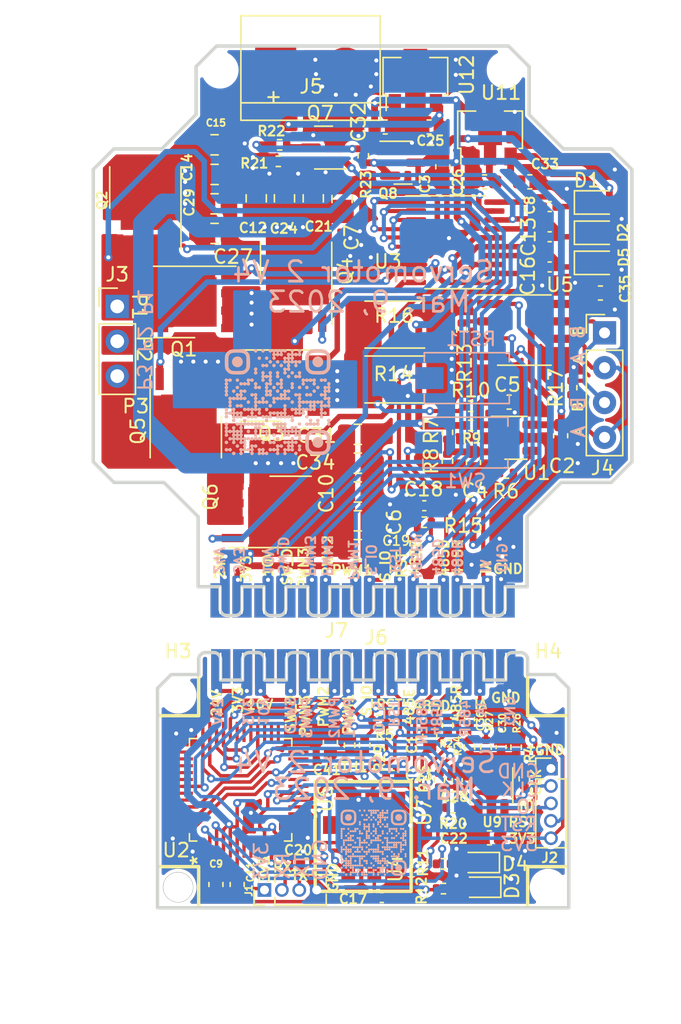
<source format=kicad_pcb>
(kicad_pcb (version 20211014) (generator pcbnew)
  (layers (0 "F.Cu" signal) (31 "B.Cu" signal) (34 "B.Paste" user) (35 "F.Paste" user) (36 "B.SilkS" user "B.Silkscreen") (37 "F.SilkS" user "F.Silkscreen") (38 "B.Mask" user) (39 "F.Mask" user) (44 "Edge.Cuts" user))
  (net 0 "")
  (net 1 "/IA_SENSE")
  (net 2 "GND")
  (net 3 "+10V")
  (net 4 "Net-(C4-Pad1)")
  (net 5 "Net-(C5-Pad1)")
  (net 6 "+24V")
  (net 7 "Net-(C8-Pad1)")
  (net 8 "/M_VCC")
  (net 9 "+3V3")
  (net 10 "Net-(C13-Pad1)")
  (net 11 "Net-(Q3-Pad4)")
  (net 12 "Net-(C16-Pad1)")
  (net 13 "Net-(Q5-Pad4)")
  (net 14 "/HALL1")
  (net 15 "/RESET")
  (net 16 "/PHASE1")
  (net 17 "/HALL2")
  (net 18 "/HALL3")
  (net 19 "/PHASE2")
  (net 20 "Net-(C28-Pad1)")
  (net 21 "/PHASE3")
  (net 22 "Net-(C30-Pad1)")
  (net 25 "Net-(Q1-Pad1)")
  (net 26 "/TEMPERATURE")
  (net 27 "Net-(Q1-Pad4)")
  (net 28 "Net-(D3-Pad2)")
  (net 29 "Net-(D4-Pad2)")
  (net 30 "/IA_B")
  (net 31 "/UART2 RX")
  (net 32 "/UART2 TX")
  (net 33 "/SWCLK")
  (net 34 "/SWDIO")
  (net 35 "/B")
  (net 36 "/A")
  (net 37 "Net-(Q2-Pad4)")
  (net 38 "/PWM1")
  (net 39 "/PWM2")
  (net 40 "/PWM3")
  (net 41 "Net-(Q4-Pad4)")
  (net 42 "/SWITCH_DISABLE")
  (net 43 "/IA")
  (net 44 "/SWITCH_DISABLE_B")
  (net 45 "/PWM1_B")
  (net 46 "/PWM2_B")
  (net 47 "/PWM3_B")
  (net 49 "/RESET_D")
  (net 50 "/LED_RED")
  (net 51 "/LED_GREEN")
  (net 52 "/RS485_EN")
  (net 53 "/SWDIO_D")
  (net 54 "Net-(R20-Pad1)")
  (net 55 "/OVER_VOLTAGE")
  (net 56 "/PWM4")
  (net 57 "/RS485_EN_D")
  (net 58 "/RS485_D_D")
  (net 59 "/RS485_R_D")
  (net 63 "/REF24")
  (net 66 "/RS485_D")
  (net 67 "/RS485_R")
  (net 81 "Net-(Q6-Pad4)")
  (net 82 "Net-(Q7-Pad3)")
  (net 83 "Net-(Q8-Pad1)")
  (footprint "Capacitor_SMD:C_0603_1608Metric" (layer "F.Cu") (at 153.05 78.4 180)
    (fp_text reference "C25")
    (fp_text value "100nF")
  )
  (footprint "Connector_PinHeader_1.27mm:PinHeader_1x05_P1.27mm_Vertical" (layer "F.Cu") (at 161.94 125.15)
    (fp_text reference "J2")
    (fp_text value "Programming")
  )
  (footprint "MountingHole:MountingHole_2.1mm" (layer "F.Cu") (at 134.74 119.8)
    (fp_text reference "H3")
    (fp_text value "MountingHole_Pad")
  )
  (footprint "MountingHole:MountingHole_2.1mm" (layer "F.Cu") (at 134.74 133.8)
    (fp_text reference "H5")
    (fp_text value "MountingHole_Pad")
  )
  (footprint "Resistor_SMD:R_0402_1005Metric" (layer "F.Cu") (at 154.1 132.1)
    (fp_text reference "R11")
    (fp_text value "470")
  )
  (footprint "Resistor_SMD:R_0402_1005Metric" (layer "F.Cu") (at 154.4 122 -90)
    (fp_text reference "R2")
    (fp_text value "4.7K")
  )
  (footprint "Capacitor_SMD:C_0603_1608Metric" (layer "F.Cu") (at 145.85 123.25 90)
    (fp_text reference "C41")
    (fp_text value "1uF")
  )
  (footprint "Capacitor_SMD:C_0402_1005Metric" (layer "F.Cu") (at 155.1 126 90)
    (fp_text reference "C28")
    (fp_text value "100nF")
  )
  (footprint "Diode_SMD:D_SOD-323" (layer "F.Cu") (at 165.15 86.108)
    (fp_text reference "D2")
    (fp_text value "1N4148WS")
  )
  (footprint "Capacitor_SMD:C_0402_1005Metric" (layer "F.Cu") (at 149.6 134.55)
    (fp_text reference "C17")
    (fp_text value "1nF")
  )
  (footprint "Diode_SMD:D_SOD-323" (layer "F.Cu") (at 165.15 83.9)
    (fp_text reference "D1")
    (fp_text value "1N4148WS")
  )
  (footprint "Resistor_SMD:R_0402_1005Metric" (layer "F.Cu") (at 149.4 121.65 180)
    (fp_text reference "R5")
    (fp_text value "10K")
  )
  (footprint "Capacitor_SMD:C_0805_2012Metric" (layer "F.Cu") (at 146.7 83.65 90)
    (fp_text reference "C7")
    (fp_text value "10uF")
  )
  (footprint "Capacitor_SMD:C_0805_2012Metric" (layer "F.Cu") (at 144.6 83.6 90)
    (fp_text reference "C21")
    (fp_text value "10uF")
  )
  (footprint "Capacitor_SMD:C_0603_1608Metric" (layer "F.Cu") (at 149.85 78.4)
    (fp_text reference "C32")
    (fp_text value "1uF")
  )
  (footprint "Resistor_SMD:R_0402_1005Metric" (layer "F.Cu") (at 155.45 93.2 90)
    (fp_text reference "R13")
    (fp_text value "10K")
  )
  (footprint "Resistor_SMD:R_2512_6332Metric" (layer "F.Cu") (at 150.55 92.8 180)
    (fp_text reference "R16")
    (fp_text value "25121WF100MT4E")
  )
  (footprint "Resistor_SMD:R_0402_1005Metric" (layer "F.Cu") (at 147.25 123.45 90)
    (fp_text reference "TH1")
    (fp_text value "100k 1% NTC")
  )
  (footprint "Resistor_SMD:R_0402_1005Metric" (layer "F.Cu") (at 159.4 123.6 90)
    (fp_text reference "R26")
    (fp_text value "1K")
  )
  (footprint "servo_motor:Board to Board 90def" (layer "F.Cu") (at 148.25 116.8)
    (fp_text reference "J6")
    (fp_text value "Conn_01x14_Male")
  )
  (footprint "Capacitor_SMD:C_0805_2012Metric" (layer "F.Cu") (at 137.4 79.7)
    (fp_text reference "C15")
    (fp_text value "10uF")
  )
  (footprint "servo_motor:hall_sensor_3_copy" (layer "F.Cu") (at 146.962399 128.317152 90)
    (fp_text reference "U6")
    (fp_text value "AH49HSC")
  )
  (footprint "Capacitor_SMD:C_0603_1608Metric" (layer "F.Cu") (at 153.1 122.8 90)
    (fp_text reference "C1")
    (fp_text value "100pF")
  )
  (footprint "Diode_SMD:D_SOD-323" (layer "F.Cu") (at 165.15 88.3)
    (fp_text reference "D5")
    (fp_text value "1N4148WS")
  )
  (footprint "Capacitor_SMD:C_0805_2012Metric" (layer "F.Cu") (at 147.85 107.1)
    (fp_text reference "C6")
    (fp_text value "10uF")
  )
  (footprint "Capacitor_SMD:C_0805_2012Metric" (layer "F.Cu") (at 147.85 102.9)
    (fp_text reference "C34")
    (fp_text value "10uF")
  )
  (footprint "servo_motor:hall_sensor_3_copy" (layer "F.Cu") (at 148.3005 131.75 90)
    (fp_text reference "U4")
    (fp_text value "AH49HSC")
  )
  (footprint "MountingHole:MountingHole_2.1mm" (layer "F.Cu") (at 161.74 133.8)
    (fp_text reference "H6")
    (fp_text value "MountingHole_Pad")
  )
  (footprint "Capacitor_SMD:C_0805_2012Metric" (layer "F.Cu") (at 147.85 109.2)
    (fp_text reference "C19")
    (fp_text value "10uF")
  )
  (footprint "Resistor_SMD:R_2512_6332Metric" (layer "F.Cu") (at 150.55 96.8 180)
    (fp_text reference "R14")
    (fp_text value "25121WF100MT4E")
  )
  (footprint "Capacitor_SMD:C_0603_1608Metric" (layer "F.Cu") (at 157.1 82.4 180)
    (fp_text reference "C26")
    (fp_text value "1uF")
  )
  (footprint "Capacitor_SMD:C_0402_1005Metric" (layer "F.Cu") (at 161.85 84.2 180)
    (fp_text reference "C8")
    (fp_text value "100nF")
  )
  (footprint "Resistor_SMD:R_0402_1005Metric" (layer "F.Cu") (at 148.25 80.5 -90)
    (fp_text reference "R23")
    (fp_text value "10K")
  )
  (footprint "servo_motor:CRTM025N03L" (layer "F.Cu") (at 143.35 89.1 90)
    (fp_text reference "Q4")
    (fp_text value "CRTM025N03L")
  )
  (footprint "Capacitor_SMD:C_0603_1608Metric" (layer "F.Cu") (at 139.05 133.6 -90)
    (fp_text reference "C11")
    (fp_text value "4.7uF")
  )
  (footprint "Resistor_SMD:R_0402_1005Metric" (layer "F.Cu") (at 142.05 80.9)
    (fp_text reference "R21")
    (fp_text value "10K")
  )
  (footprint "Package_TO_SOT_SMD:SOT-89-3" (layer "F.Cu") (at 157.5 78.9 90)
    (fp_text reference "U11")
    (fp_text value "HT7533-1")
  )
  (footprint "servo_motor:CRTM025N03L" (layer "F.Cu") (at 141.55 97.25 180)
    (fp_text reference "Q3")
    (fp_text value "CRTM025N03L")
  )
  (footprint "Capacitor_SMD:C_0603_1608Metric" (layer "F.Cu") (at 162.65 100.9 -90)
    (fp_text reference "C2")
    (fp_text value "1uF")
  )
  (footprint "Package_SO:TSSOP-20_4.4x6.5mm_P0.65mm" (layer "F.Cu") (at 154.95 86.8)
    (fp_text reference "U3")
    (fp_text value "EG2133")
  )
  (footprint "Resistor_SMD:R_0402_1005Metric" (layer "F.Cu") (at 154.1 133.9)
    (fp_text reference "R12")
    (fp_text value "1.5K")
  )
  (footprint "Resistor_SMD:R_0402_1005Metric" (layer "F.Cu") (at 156 123.6 -90)
    (fp_text reference "R24")
    (fp_text value "10K")
  )
  (footprint "Connector_PinHeader_2.54mm:PinHeader_1x03_P2.54mm_Vertical" (layer "F.Cu") (at 130.3 91.475)
    (fp_text reference "J3")
    (fp_text value "Screw_Terminal_01x03")
  )
  (footprint "Capacitor_SMD:C_0402_1005Metric" (layer "F.Cu") (at 161.85 86.4 180)
    (fp_text reference "C13")
    (fp_text value "100nF")
  )
  (footprint "Resistor_SMD:R_0402_1005Metric" (layer "F.Cu") (at 156.0875 98.75)
    (fp_text reference "R10")
    (fp_text value "10K")
  )
  (footprint "Resistor_SMD:R_0402_1005Metric" (layer "F.Cu") (at 154.8 128 180)
    (fp_text reference "R20")
    (fp_text value "10K")
  )
  (footprint "Package_TO_SOT_SMD:SOT-23" (layer "F.Cu") (at 151.15 81)
    (fp_text reference "Q8")
    (fp_text value "2N3906")
  )
  (footprint "Resistor_SMD:R_0402_1005Metric" (layer "F.Cu") (at 157.2 123.6 -90)
    (fp_text reference "R27")
    (fp_text value "10K")
  )
  (footprint "Resistor_SMD:R_0402_1005Metric" (layer "F.Cu") (at 163.45 97.4 90)
    (fp_text reference "R17")
    (fp_text value "10K")
  )
  (footprint "Resistor_SMD:R_0402_1005Metric" (layer "F.Cu") (at 160 125.9 -90)
    (fp_text reference "R4")
    (fp_text value "10K")
  )
  (footprint "Resistor_SMD:R_0402_1005Metric" (layer "F.Cu") (at 154.3875 102.75 90)
    (fp_text reference "R8")
    (fp_text value "10K")
  )
  (footprint "Package_TO_SOT_SMD:SOT-23-5" (layer "F.Cu") (at 157.6 126.9 -90)
    (fp_text reference "U9")
    (fp_text value "LM321")
  )
  (footprint "servo_motor:hall_sensor_3_copy" (layer "F.Cu") (at 149.650695 128.444147 -90)
    (fp_text reference "U7")
    (fp_text value "AH49HSC")
  )
  (footprint "Capacitor_SMD:C_0603_1608Metric" (layer "F.Cu") (at 157.45 130.2 180)
    (fp_text reference "C22")
    (fp_text value "1uF")
  )
  (footprint "servo_motor:Board to Board" (layer "F.Cu") (at 148.2 111.9)
    (fp_text reference "J7")
    (fp_text value "Conn_01x14_Male")
  )
  (footprint "Capacitor_SMD:C_0805_2012Metric" (layer "F.Cu") (at 147.85 105)
    (fp_text reference "C10")
    (fp_text value "10uF")
  )
  (footprint "servo_motor:CRTM025N03L" (layer "F.Cu") (at 142.15 106.45)
    (fp_text reference "Q6")
    (fp_text value "CRTM025N03L")
  )
  (footprint "Resistor_SMD:R_0402_1005Metric" (layer "F.Cu") (at 142.15 79.7 180)
    (fp_text reference "R22")
    (fp_text value "10K")
  )
  (footprint "Capacitor_SMD:C_0402_1005Metric" (layer "F.Cu") (at 144.1 132.05 180)
    (fp_text reference "C20")
    (fp_text value "1nF")
  )
  (footprint "Capacitor_SMD:C_0603_1608Metric" (layer "F.Cu") (at 165.55 90.5 180)
    (fp_text reference "C35")
    (fp_text value "100nF")
  )
  (footprint "servo_motor:CRTM025N03L" (layer "F.Cu") (at 135.3 100.2 -90)
    (fp_text reference "Q5")
    (fp_text value "CRTM025N03L")
  )
  (footprint "Capacitor_SMD:C_0805_2012Metric" (layer "F.Cu") (at 140.441 83.6 90)
    (fp_text reference "C12")
    (fp_text value "10uF")
  )
  (footprint "servo_motor:STM32G030C8T6" (layer "F.Cu") (at 139.3 126.7 90)
    (fp_text reference "U2")
    (fp_text value "STM32G030C8T6")
  )
  (footprint "Capacitor_SMD:C_0402_1005Metric" (layer "F.Cu") (at 156 121.55 90)
    (fp_text reference "C36")
    (fp_text value "100nF")
  )
  (footprint "MountingHole:MountingHole_2.1mm" (layer "F.Cu") (at 161.74 119.8)
    (fp_text reference "H4")
    (fp_text value "MountingHole_Pad")
  )
  (footprint "Resistor_SMD:R_0402_1005Metric" (layer "F.Cu") (at 153.8 126 -90)
    (fp_text reference "R25")
    (fp_text value "10K")
  )
  (footprint "Capacitor_SMD:C_0402_1005Metric" (layer "F.Cu") (at 161.85 88.6 180)
    (fp_text reference "C16")
    (fp_text value "100nF")
  )
  (footprint "Resistor_SMD:R_0402_1005Metric" (layer "F.Cu") (at 158.6945 103.614)
    (fp_text reference "R6")
    (fp_text value "33K")
  )
  (footprint "TerminalBlock:TerminalBlock_bornier-2_P5.08mm" (layer "F.Cu") (at 141.86 74.1)
    (fp_text reference "J5")
    (fp_text value "Power IN")
  )
  (footprint "Capacitor_SMD:C_0805_2012Metric" (layer "F.Cu") (at 137.4 86.159)
    (fp_text reference "C27")
    (fp_text value "10uF")
  )
  (footprint "MountingHole:MountingHole_2.1mm" (layer "F.Cu") (at 137.8 74.25)
    (fp_text reference "H1")
    (fp_text value "MountingHole_Pad")
  )
  (footprint "Capacitor_SMD:C_0603_1608Metric" (layer "F.Cu") (at 154.05 81.3 -90)
    (fp_text reference "C3")
    (fp_text value "4.7uF")
  )
  (footprint "Package_TO_SOT_SMD:SOT-23" (layer "F.Cu") (at 145.35 79.9 180)
    (fp_text reference "Q7")
    (fp_text value "MMBT3904")
  )
  (footprint "Capacitor_SMD:C_0805_2012Metric" (layer "F.Cu") (at 137.4 81.859)
    (fp_text reference "C14")
    (fp_text value "10uF")
  )
  (footprint "Capacitor_SMD:C_0805_2012Metric" (layer "F.Cu") (at 147.85 100.8)
    (fp_text reference "C31")
    (fp_text value "10uF")
  )
  (footprint "Capacitor_SMD:C_0603_1608Metric" (layer "F.Cu") (at 160.4 82.4)
    (fp_text reference "C33")
    (fp_text value "10uF")
  )
  (footprint "Resistor_SMD:R_0402_1005Metric" (layer "F.Cu") (at 152.7 107.2 180)
    (fp_text reference "R15")
    (fp_text value "10K")
  )
  (footprint "Capacitor_SMD:C_0402_1005Metric" (layer "F.Cu") (at 152.7 106 180)
    (fp_text reference "C18")
    (fp_text value "100nF")
  )
  (footprint "Package_TO_SOT_SMD:SOT-23-5" (layer "F.Cu") (at 159.3875 101.05)
    (fp_text reference "U1")
    (fp_text value "LM321")
  )
  (footprint "servo_motor:CRTM025N03L" (layer "F.Cu") (at 135.25 91.15 180)
    (fp_text reference "Q1")
    (fp_text value "CRTM025N03L")
  )
  (footprint "Resistor_SMD:R_0402_1005Metric" (layer "F.Cu") (at 148.35 123.45 90)
    (fp_text reference "R29")
    (fp_text value "4.7K")
  )
  (footprint "Capacitor_SMD:C_0603_1608Metric" (layer "F.Cu") (at 137.5 133.6 -90)
    (fp_text reference "C9")
    (fp_text value "100nF")
  )
  (footprint "Capacitor_SMD:C_0603_1608Metric" (layer "F.Cu") (at 156.2875 102.85 -90)
    (fp_text reference "C4")
    (fp_text value "NC")
  )
  (footprint "Package_SO:SOIC-8_3.9x4.9mm_P1.27mm" (layer "F.Cu") (at 160 93.2)
    (fp_text reference "U5")
    (fp_text value "SN75176BDR")
  )
  (footprint "Package_TO_SOT_SMD:SOT-89-3" (layer "F.Cu") (at 152.05 75 90)
    (fp_text reference "U12")
    (fp_text value "L78L10_SOT89")
  )
  (footprint "Capacitor_SMD:C_0805_2012Metric" (layer "F.Cu") (at 142.5 83.6 90)
    (fp_text reference "C24")
    (fp_text value "10uF")
  )
  (footprint "servo_motor:CRTM025N03L" (layer "F.Cu") (at 132.35 83.6 90)
    (fp_text reference "Q2")
    (fp_text value "CRTM025N03L")
  )
  (footprint "LED_SMD:LED_0603_1608Metric" (layer "F.Cu") (at 156.8 133.8 180)
    (fp_text reference "D3")
    (fp_text value "KT-0603R")
  )
  (footprint "Connector_PinHeader_2.54mm:PinHeader_1x04_P2.54mm_Vertical" (layer "F.Cu") (at 165.85 93.4)
    (fp_text reference "J4")
    (fp_text value "RS485")
  )
  (footprint "Capacitor_SMD:C_0603_1608Metric" (layer "F.Cu") (at 158.8875 98.45)
    (fp_text reference "C5")
    (fp_text value "100pF")
  )
  (footprint "Resistor_SMD:R_0402_1005Metric" (layer "F.Cu") (at 154.3875 100.65 90)
    (fp_text reference "R7")
    (fp_text value "680K")
  )
  (footprint "MountingHole:MountingHole_2.1mm" (layer "F.Cu") (at 158.6 74.25)
    (fp_text reference "H2")
    (fp_text value "MountingHole_Pad")
  )
  (footprint "Connector_PinHeader_1.27mm:PinHeader_1x04_P1.27mm_Vertical" (layer "F.Cu") (at 141.04 134 90)
    (fp_text reference "J1")
    (fp_text value "Serial Port")
  )
  (footprint "Capacitor_SMD:C_0402_1005Metric" (layer "F.Cu") (at 150.4 125.65)
    (fp_text reference "C23")
    (fp_text value "1nF")
  )
  (footprint "Capacitor_SMD:C_0402_1005Metric" (layer "F.Cu") (at 158.3 123.58 90)
    (fp_text reference "C30")
    (fp_text value "100pF")
  )
  (footprint "Capacitor_SMD:C_0805_2012Metric" (layer "F.Cu") (at 137.4 84)
    (fp_text reference "C29")
    (fp_text value "10uF")
  )
  (footprint "Resistor_SMD:R_0402_1005Metric" (layer "F.Cu") (at 156.0875 100.15 180)
    (fp_text reference "R9")
    (fp_text value "300K")
  )
  (footprint "LED_SMD:LED_0603_1608Metric" (layer "F.Cu") (at 156.7 132 180)
    (fp_text reference "D4")
    (fp_text value "19-217/GHC-YR1S2/3T")
  )
  (footprint "Button_Switch_SMD:SW_SPST_EVQPE1" (layer "B.Cu") (at 155.7 101.4 180)
    (fp_text reference "SW1")
    (fp_text value "PUSH")
  )
  (footprint "LOGO" (layer "B.Cu") (at 149 130.55 180)
    (fp_text reference "G***")
    (fp_text value "LOGO" hide)
  )
  (footprint "LOGO" (layer "B.Cu") (at 142 98.45 180)
    (fp_text reference "G***")
    (fp_text value "LOGO" hide)
  )
  (footprint "Button_Switch_SMD:SW_SPST_EVQPE1" (layer "B.Cu") (at 155.8 96.7)
    (fp_text reference "RST1")
    (fp_text value "PUSH")
  )
  (gr_line (start 160.24 118.3) (end 160.24 121.3) (layer "F.SilkS") (width 0.25))
  (gr_line (start 136.24 121.3) (end 133.24 121.3) (layer "F.SilkS") (width 0.25))
  (gr_line (start 151.74 134.1) (end 151.74 126.1) (layer "F.SilkS") (width 0.25))
  (gr_line (start 144.74 126.1) (end 144.74 134.1) (layer "F.SilkS") (width 0.25))
  (gr_line (start 144.74 134.1) (end 151.74 134.1) (layer "F.SilkS") (width 0.25))
  (gr_line (start 160.24 132.3) (end 163.24 132.3) (layer "F.SilkS") (width 0.25))
  (gr_line (start 160.24 121.3) (end 163.24 121.3) (layer "F.SilkS") (width 0.25))
  (gr_line (start 136.24 132.3) (end 133.24 132.3) (layer "F.SilkS") (width 0.25))
  (gr_line (start 151.74 126.1) (end 144.74 126.1) (layer "F.SilkS") (width 0.25))
  (gr_line (start 136.24 135.3) (end 136.24 132.3) (layer "F.SilkS") (width 0.25))
  (gr_line (start 136.24 118.3) (end 136.24 121.3) (layer "F.SilkS") (width 0.25))
  (gr_line (start 160.24 135.3) (end 160.24 132.3) (layer "F.SilkS") (width 0.25))
  (gr_line (start 151.7 114) (end 151.1 114) (layer "Edge.Cuts") (width 0.25))
  (gr_line (start 142.64 118.7) (end 141.04 118.7) (layer "Edge.Cuts") (width 0.25))
  (gr_line (start 142.1 114) (end 141.5 114) (layer "Edge.Cuts") (width 0.25))
  (gr_arc (start 146.94 116.7) (mid 147.293553 116.846447) (end 147.44 117.2) (layer "Edge.Cuts") (width 0.25))
  (gr_arc (start 139.44 117.2) (mid 139.586447 116.846447) (end 139.94 116.7) (layer "Edge.Cuts") (width 0.25))
  (gr_line (start 157.04 117.2) (end 157.04 118.7) (layer "Edge.Cuts") (width 0.25))
  (gr_line (start 154.9 114) (end 154.3 114) (layer "Edge.Cuts") (width 0.25))
  (gr_arc (start 147.9 114) (mid 147.546447 113.853553) (end 147.4 113.5) (layer "Edge.Cuts") (width 0.25))
  (gr_line (start 158.6 111.9) (end 158.6 113.5) (layer "Edge.Cuts") (width 0.25))
  (gr_arc (start 150.14 116.7) (mid 150.493553 116.846447) (end 150.64 117.2) (layer "Edge.Cuts") (width 0.25))
  (gr_line (start 150.64 117.2) (end 150.64 118.7) (layer "Edge.Cuts") (width 0.25))
  (gr_arc (start 149.04 117.2) (mid 149.186447 116.846447) (end 149.54 116.7) (layer "Edge.Cuts") (width 0.25))
  (gr_line (start 137.55 72.5) (end 136.05 74) (layer "Edge.Cuts") (width 0.25))
  (gr_arc (start 145.84 117.2) (mid 145.986447 116.846447) (end 146.34 116.7) (layer "Edge.Cuts") (width 0.25))
  (gr_arc (start 145.8 113.5) (mid 145.653553 113.853553) (end 145.3 114) (layer "Edge.Cuts") (width 0.25))
  (gr_line (start 167.85 102.8) (end 167.85 81.5) (layer "Edge.Cuts") (width 0.25))
  (gr_arc (start 155.4 113.5) (mid 155.253553 113.853553) (end 154.9 114) (layer "Edge.Cuts") (width 0.25))
  (gr_arc (start 152.2 113.5) (mid 152.053553 113.853553) (end 151.7 114) (layer "Edge.Cuts") (width 0.25))
  (gr_arc (start 152.24 117.2) (mid 152.386447 116.846447) (end 152.74 116.7) (layer "Edge.Cuts") (width 0.25))
  (gr_line (start 162.7 104.3) (end 166.35 104.3) (layer "Edge.Cuts") (width 0.25))
  (gr_line (start 139.44 117.2) (end 139.44 118.7) (layer "Edge.Cuts") (width 0.25))
  (gr_arc (start 158.64 117.2) (mid 158.786447 116.846447) (end 159.14 116.7) (layer "Edge.Cuts") (width 0.25))
  (gr_line (start 136.2 111.9) (end 136.2 106.8) (layer "Edge.Cuts") (width 0.25))
  (gr_line (start 144.2 111.9) (end 142.6 111.9) (layer "Edge.Cuts") (width 0.25))
  (gr_line (start 143.14 116.7) (end 143.74 116.7) (layer "Edge.Cuts") (width 0.25))
  (gr_line (start 160.2 106.8) (end 160.2 111.9) (layer "Edge.Cuts") (width 0.25))
  (gr_arc (start 142.64 117.2) (mid 142.786447 116.846447) (end 143.14 116.7) (layer "Edge.Cuts") (width 0.25))
  (gr_line (start 136.24 117.2) (end 136.24 118.3) (layer "Edge.Cuts") (width 0.25))
  (gr_arc (start 151.1 114) (mid 150.746447 113.853553) (end 150.6 113.5) (layer "Edge.Cuts") (width 0.25))
  (gr_line (start 163.24 135.3) (end 163.24 119.3) (layer "Edge.Cuts") (width 0.25))
  (gr_arc (start 142.6 113.5) (mid 142.453553 113.853553) (end 142.1 114) (layer "Edge.Cuts") (width 0.25))
  (gr_line (start 152.74 116.7) (end 153.34 116.7) (layer "Edge.Cuts") (width 0.25))
  (gr_line (start 130.05 80) (end 128.55 81.5) (layer "Edge.Cuts") (width 0.25))
  (gr_line (start 155.44 118.7) (end 153.84 118.7) (layer "Edge.Cuts") (width 0.25))
  (gr_line (start 141.04 117.2) (end 141.04 118.7) (layer "Edge.Cuts") (width 0.25))
  (gr_line (start 166.35 104.3) (end 167.85 102.8) (layer "Edge.Cuts") (width 0.25))
  (gr_arc (start 155.44 117.2) (mid 155.586447 116.846447) (end 155.94 116.7) (layer "Edge.Cuts") (width 0.25))
  (gr_line (start 157 111.9) (end 155.4 111.9) (layer "Edge.Cuts") (width 0.25))
  (gr_line (start 158.1 114) (end 157.5 114) (layer "Edge.Cuts") (width 0.25))
  (gr_line (start 128.55 102.8) (end 130.05 104.3) (layer "Edge.Cuts") (width 0.25))
  (gr_line (start 148.5 114) (end 147.9 114) (layer "Edge.Cuts") (width 0.25))
  (gr_line (start 142.6 111.9) (end 142.6 113.5) (layer "Edge.Cuts") (width 0.25))
  (gr_arc (start 136.24 117.2) (mid 136.386447 116.846447) (end 136.74 116.7) (layer "Edge.Cuts") (width 0.25))
  (gr_arc (start 140.54 116.7) (mid 140.893553 116.846447) (end 141.04 117.2) (layer "Edge.Cuts") (width 0.25))
  (gr_line (start 133.24 135.3) (end 163.24 135.3) (layer "Edge.Cuts") (width 0.25))
  (gr_line (start 155.44 117.2) (end 155.44 118.7) (layer "Edge.Cuts") (width 0.25))
  (gr_arc (start 141.5 114) (mid 141.146447 113.853553) (end 141 113.5) (layer "Edge.Cuts") (width 0.25))
  (gr_line (start 141 111.9) (end 139.4 111.9) (layer "Edge.Cuts") (width 0.25))
  (gr_line (start 139.94 116.7) (end 140.54 116.7) (layer "Edge.Cuts") (width 0.25))
  (gr_line (start 160.24 117.2) (end 160.24 118.3) (layer "Edge.Cuts") (width 0.25))
  (gr_line (start 147.4 113.5) (end 147.4 111.9) (layer "Edge.Cuts") (width 0.25))
  (gr_line (start 155.4 111.9) (end 155.4 113.5) (layer "Edge.Cuts") (width 0.25))
  (gr_line (start 134.24 118.3) (end 136.24 118.3) (layer "Edge.Cuts") (width 0.25))
  (gr_line (start 136.05 77.5) (end 133.55 80) (layer "Edge.Cuts") (width 0.25))
  (gr_line (start 157 113.5) (end 157 111.9) (layer "Edge.Cuts") (width 0.25))
  (gr_line (start 147.4 111.9) (end 145.8 111.9) (layer "Edge.Cuts") (width 0.25))
  (gr_line (start 153.84 117.2) (end 153.84 118.7) (layer "Edge.Cuts") (width 0.25))
  (gr_line (start 145.3 114) (end 144.7 114) (layer "Edge.Cuts") (width 0.25))
  (gr_line (start 153.8 111.9) (end 152.2 111.9) (layer "Edge.Cuts") (width 0.25))
  (gr_arc (start 159.74 116.7) (mid 160.093553 116.846447) (end 160.24 117.2) (layer "Edge.Cuts") (width 0.25))
  (gr_line (start 145.84 117.2) (end 145.84 118.7) (layer "Edge.Cuts") (width 0.25))
  (gr_line (start 150.6 113.5) (end 150.6 111.9) (layer "Edge.Cuts") (width 0.25))
  (gr_arc (start 137.34 116.7) (mid 137.693553 116.846447) (end 137.84 117.2) (layer "Edge.Cuts") (width 0.25))
  (gr_arc (start 156.54 116.7) (mid 156.893553 116.846447) (end 157.04 117.2) (layer "Edge.Cuts") (width 0.25))
  (gr_line (start 152.24 117.2) (end 152.24 118.7) (layer "Edge.Cuts") (width 0.25))
  (gr_arc (start 158.6 113.5) (mid 158.453553 113.853553) (end 158.1 114) (layer "Edge.Cuts") (width 0.25))
  (gr_line (start 153.8 113.5) (end 153.8 111.9) (layer "Edge.Cuts") (width 0.25))
  (gr_line (start 147.44 117.2) (end 147.44 118.7) (layer "Edge.Cuts") (width 0.25))
  (gr_line (start 149.54 116.7) (end 150.14 116.7) (layer "Edge.Cuts") (width 0.25))
  (gr_line (start 162.85 80) (end 160.35 77.5) (layer "Edge.Cuts") (width 0.25))
  (gr_line (start 149.04 117.2) (end 149.04 118.7) (layer "Edge.Cuts") (width 0.25))
  (gr_line (start 159.14 116.7) (end 159.74 116.7) (layer "Edge.Cuts") (width 0.25))
  (gr_arc (start 157.5 114) (mid 157.146447 113.853553) (end 157 113.5) (layer "Edge.Cuts") (width 0.25))
  (gr_line (start 152.24 118.7) (end 150.64 118.7) (layer "Edge.Cuts") (width 0.25))
  (gr_line (start 150.6 111.9) (end 149 111.9) (layer "Edge.Cuts") (width 0.25))
  (gr_line (start 142.64 117.2) (end 142.64 118.7) (layer "Edge.Cuts") (width 0.25))
  (gr_line (start 133.24 119.3) (end 133.24 135.3) (layer "Edge.Cuts") (width 0.25))
  (gr_line (start 160.35 77.5) (end 160.35 74) (layer "Edge.Cuts") (width 0.25))
  (gr_line (start 166.35 80) (end 162.85 80) (layer "Edge.Cuts") (width 0.25))
  (gr_arc (start 139.4 113.5) (mid 139.253553 113.853553) (end 138.9 114) (layer "Edge.Cuts") (width 0.25))
  (gr_line (start 158.64 118.7) (end 157.04 118.7) (layer "Edge.Cuts") (width 0.25))
  (gr_arc (start 144.7 114) (mid 144.346447 113.853553) (end 144.2 113.5) (layer "Edge.Cuts") (width 0.25))
  (gr_line (start 158.64 117.2) (end 158.64 118.7) (layer "Edge.Cuts") (width 0.25))
  (gr_line (start 145.84 118.7) (end 144.24 118.7) (layer "Edge.Cuts") (width 0.25))
  (gr_arc (start 138.3 114) (mid 137.946447 113.853553) (end 137.8 113.5) (layer "Edge.Cuts") (width 0.25))
  (gr_line (start 158.85 72.5) (end 137.55 72.5) (layer "Edge.Cuts") (width 0.25))
  (gr_line (start 141 113.5) (end 141 111.9) (layer "Edge.Cuts") (width 0.25))
  (gr_arc (start 153.34 116.7) (mid 153.693553 116.846447) (end 153.84 117.2) (layer "Edge.Cuts") (width 0.25))
  (gr_line (start 146.34 116.7) (end 146.94 116.7) (layer "Edge.Cuts") (width 0.25))
  (gr_line (start 149.04 118.7) (end 147.44 118.7) (layer "Edge.Cuts") (width 0.25))
  (gr_line (start 152.2 111.9) (end 152.2 113.5) (layer "Edge.Cuts") (width 0.25))
  (gr_arc (start 143.74 116.7) (mid 144.093553 116.846447) (end 144.24 117.2) (layer "Edge.Cuts") (width 0.25))
  (gr_line (start 139.4 111.9) (end 139.4 113.5) (layer "Edge.Cuts") (width 0.25))
  (gr_circle (center 134.74 133.8) (end 135.74 133.8) (layer "Edge.Cuts") (width 0.25) (fill none))
  (gr_line (start 139.44 118.7) (end 137.84 118.7) (layer "Edge.Cuts") (width 0.25))
  (gr_line (start 160.2 111.9) (end 158.6 111.9) (layer "Edge.Cuts") (width 0.25))
  (gr_line (start 145.8 111.9) (end 145.8 113.5) (layer "Edge.Cuts") (width 0.25))
  (gr_line (start 167.85 81.5) (end 166.35 80) (layer "Edge.Cuts") (width 0.25))
  (gr_line (start 130.05 104.3) (end 133.7 104.3) (layer "Edge.Cuts") (width 0.25))
  (gr_line (start 144.2 113.5) (end 144.2 111.9) (layer "Edge.Cuts") (width 0.25))
  (gr_line (start 144.24 117.2) (end 144.24 118.7) (layer "Edge.Cuts") (width 0.25))
  (gr_line (start 133.7 104.3) (end 136.2 106.8) (layer "Edge.Cuts") (width 0.25))
  (gr_line (start 136.05 74) (end 136.05 77.5) (layer "Edge.Cuts") (width 0.25))
  (gr_line (start 155.94 116.7) (end 156.54 116.7) (layer "Edge.Cuts") (width 0.25))
  (gr_line (start 128.55 81.5) (end 128.55 102.8) (layer "Edge.Cuts") (width 0.25))
  (gr_line (start 138.9 114) (end 138.3 114) (layer "Edge.Cuts") (width 0.25))
  (gr_line (start 160.2 106.8) (end 162.7 104.3) (layer "Edge.Cuts") (width 0.25))
  (gr_line (start 136.74 116.7) (end 137.34 116.7) (layer "Edge.Cuts") (width 0.25))
  (gr_line (start 137.8 111.9) (end 136.2 111.9) (layer "Edge.Cuts") (width 0.25))
  (gr_line (start 134.24 118.3) (end 133.24 119.3) (layer "Edge.Cuts") (width 0.25))
  (gr_line (start 163.24 119.3) (end 162.24 118.3) (layer "Edge.Cuts") (width 0.25))
  (gr_line (start 137.84 117.2) (end 137.84 118.7) (layer "Edge.Cuts") (width 0.25))
  (gr_line (start 160.24 118.3) (end 162.24 118.3) (layer "Edge.Cuts") (width 0.25))
  (gr_line (start 160.35 74) (end 158.85 72.5) (layer "Edge.Cuts") (width 0.25))
  (gr_arc (start 154.3 114) (mid 153.946447 113.853553) (end 153.8 113.5) (layer "Edge.Cuts") (width 0.25))
  (gr_arc (start 149 113.5) (mid 148.853553 113.853553) (end 148.5 114) (layer "Edge.Cuts") (width 0.25))
  (gr_line (start 149 111.9) (end 149 113.5) (layer "Edge.Cuts") (width 0.25))
  (gr_line (start 133.55 80) (end 130.05 80) (layer "Edge.Cuts") (width 0.25))
  (gr_line (start 137.8 113.5) (end 137.8 111.9) (layer "Edge.Cuts") (width 0.25))
  (gr_text "485D" (at 153.55 121.4 270) (layer "B.SilkS") (effects (font (size 0.7 0.7)) (justify mirror)))
  (gr_text "GND" (at 158.4 109.8 90) (layer "B.SilkS") (effects (font (size 0.7 0.7)) (justify mirror)))
  (gr_text "CLK" (at 159.7 126.7) (layer "B.SilkS") (effects (font (size 1 1)) (justify mirror)))
  (gr_text "P3" (at 132.25 96.65 270) (layer "B.SilkS") (effects (font (size 1 1)) (justify mirror)))
  (gr_text "10V" (at 141.3 110 -90) (layer "B.SilkS") (effects (font (size 0.7 0.7)) (justify mirror)))
  (gr_text "10V" (at 140.95 121 270) (layer "B.SilkS") (effects (font (size 0.7 0.7)) (justify mirror)))
  (gr_text "S_IO" (at 148.8 109.95 -90) (layer "B.SilkS") (effects (font (size 0.7 0.7)) (justify mirror)))
  (gr_text "24V" (at 137.65 121 90) (layer "B.SilkS") (effects (font (size 0.7 0.7)) (justify mirror)))
  (gr_text "Mar. 9, 2023" (at 148.65 91.15) (layer "B.SilkS") (effects (font (size 1.5 1.5) (thickness 0.2)) (justify mirror)))
  (gr_text "GND" (at 158.9 120.95 270) (layer "B.SilkS") (effects (font (size 0.7 0.7)) (justify mirror)))
  (gr_text "485D" (at 153.65 109.75 -90) (layer "B.SilkS") (effects (font (size 0.7 0.7)) (justify mirror)))
  (gr_text "RX" (at 142.35 132.25 90) (layer "B.SilkS") (effects (font (size 1 1)) (justify mirror)))
  (gr_text "Servomotor 2 V4" (at 148.25 88.95) (layer "B.SilkS") (effects (font (size 1.5 1.5) (thickness 0.2)) (justify mirror)))
  (gr_text "GND" (at 145.1 131.8 90) (layer "B.SilkS") (effects (font (size 1 1)) (justify mirror)))
  (gr_text "PWM1" (at 147.5 109.95 270) (layer "B.SilkS") (effects (font (size 0.7 0.7)) (justify mirror)))
  (gr_text "IA" (at 157.15 110.4 270) (layer "B.SilkS") (effects (font (size 0.7 0.7)) (justify mirror)))
  (gr_text "IA" (at 156.85 120.8 90) (layer "B.SilkS") (effects (font (size 0.7 0.7)) (justify mirror)))
  (gr_text "Servomotor 2 V4" (at 148.4 124.7) (layer "B.SilkS") (effects (font (size 1.5 1.5) (thickness 0.2)) (justify mirror)))
  (gr_text "PWM1" (at 147.25 121.45 90) (layer "B.SilkS") (effects (font (size 0.7 0.7)) (justify mirror)))
  (gr_text "24V" (at 137.7 110 -90) (layer "B.SilkS") (effects (font (size 0.7 0.7)) (justify mirror)))
  (gr_text "RST" (at 150.55 109.95 -90) (layer "B.SilkS") (effects (font (size 0.7 0.7)) (justify mirror)))
  (gr_text "A" (at 163.95 95.25 90) (layer "B.SilkS") (effects (font (size 1 1)) (justify mirror)))
  (gr_text "B" (at 163.95 98.55 90) (layer "B.SilkS") (effects (font (size 1 1)) (justify mirror)))
  (gr_text "SW_D" (at 142.95 121.3 90) (layer "B.SilkS") (effects (font (size 0.7 0.7)) (justify mirror)))
  (gr_text "A" (at 163.95 100.6 90) (layer "B.SilkS") (effects (font (size 1 1)) (justify mirror)))
  (gr_text "485R" (at 155.05 109.8 -90) (layer "B.SilkS") (effects (font (size 0.7 0.7)) (justify mirror)))
  (gr_text "3V3" (at 159.6 130.65) (layer "B.SilkS") (effects (font (size 1 1)) (justify mirror)))
  (gr_text "RST" (at 159.6 129.2) (layer "B.SilkS") (effects (font (size 1 1)) (justify mirror)))
  (gr_text "485EN" (at 152.55 121.7 90) (layer "B.SilkS") (effects (font (size 0.7 0.7)) (justify mirror)))
  (gr_text "485EN" (at 152.1 109.7 -90) (layer "B.SilkS") (effects (font (size 0.7 0.7)) (justify mirror)))
  (gr_text "SW_D" (at 142.4 109.6 -90) (layer "B.SilkS") (effects (font (size 0.7 0.7)) (justify mirror)))
  (gr_text "S_IO" (at 149.4 121.4 90) (layer "B.SilkS") (effects (font (size 0.7 0.7)) (justify mirror)))
  (gr_text "3V3" (at 139.9 121 90) (layer "B.SilkS") (effects (font (size 0.7 0.7)) (justify mirror)))
  (gr_text "B" (at 163.9 93.35 90) (layer "B.SilkS") (effects (font (size 1 1)) (justify mirror)))
  (gr_text "485R" (at 155.7 121.5 90) (layer "B.SilkS") (effects (font (size 0.7 0.7)) (justify mirror)))
  (gr_text "3V3" (at 139.15 110 -90) (layer "B.SilkS") (effects (font (size 0.7 0.7)) (justify mirror)))
  (gr_text "PWM3" (at 144.35 109.65 -90) (layer "B.SilkS") (effects (font (size 0.7 0.7)) (justify mirror)))
  (gr_text "3V3" (at 140.8 131.9 90) (layer "B.SilkS") (effects (font (size 1 1)) (justify mirror)))
  (gr_text "P1" (at 132.3 91.15 -90) (layer "B.SilkS") (effects (font (size 1 1)) (justify mirror)))
  (gr_text "PWM2" (at 146.15 121.45 90) (layer "B.SilkS") (effects (font (size 0.7 0.7)) (justify mirror)))
  (gr_text "PWM3" (at 144.15 121.45 90) (layer "B.SilkS") (effects (font (size 0.7 0.7)) (justify mirror)))
  (gr_text "PWM2" (at 145.6 109.65 -90) (layer "B.SilkS") (effects (font (size 0.7 0.7)) (justify mirror)))
  (gr_text "RST" (at 150.45 121.15 270) (layer "B.SilkS") (effects (font (size 0.7 0.7)) (justify mirror)))
  (gr_text "TX" (at 143.8 132.25 90) (layer "B.SilkS") (effects (font (size 1 1)) (justify mirror)))
  (gr_text "GND" (at 159.55 125.35) (layer "B.SilkS") (effects (font (size 1 1)) (justify mirror)))
  (gr_text "IO" (at 160.15 127.95) (layer "B.SilkS") (effects (font (size 1 1)) (justify mirror)))
  (gr_text "P2" (at 132.3 93.85 -90) (layer "B.SilkS") (effects (font (size 1 1)) (justify mirror)))
  (gr_text "Mar. 9, 2023" (at 149.05 126.65) (layer "B.SilkS") (effects (font (size 1.5 1.5) (thickness 0.2)) (justify mirror)))
  (gr_text "PWM2" (at 145.65 109.65 90) (layer "F.SilkS") (effects (font (size 0.7 0.7))))
  (gr_text "3V3" (at 141.05 132.5 90) (layer "F.SilkS") (effects (font (size 0.7 0.7))))
  (gr_text "PWM3" (at 143.9 110.55 90) (layer "F.SilkS") (effects (font (size 0.7 0.7))))
  (gr_text "PWM2" (at 145.35 120.65 90) (layer "F.SilkS") (effects (font (size 0.7 0.7))))
  (gr_text "GND" (at 158.8 110.6) (layer "F.SilkS") (effects (font (size 0.7 0.7))))
  (gr_text "SW_D" (at 142.95 121.15 90) (layer "F.SilkS") (effects (font (size 0.7 0.7))))
  (gr_text "S_IO" (at 148.5 120.2 90) (layer "F.SilkS") (effects (font (size 0.7 0.7))))
  (gr_text "RX" (at 142.35 132.35) (layer "F.SilkS") (effects (font (size 0.7 0.7))))
  (gr_text "485R" (at 155.05 120.4 90) (layer "F.SilkS") (effects (font (size 0.7 0.7))))
  (gr_text "CLK" (at 160.85 126.15 90) (layer "F.SilkS") (effects (font (size 0.7 0.7))))
  (gr_text "GND" (at 158.65 120) (layer "F.SilkS") (effects (font (size 0.7 0.7))))
  (gr_text "10V" (at 141.3 110.2 90) (layer "F.SilkS") (effects (font (size 0.7 0.7))))
  (gr_text "3V3" (at 139.1 120.15 90) (layer "F.SilkS") (effects (font (size 0.7 0.7))))
  (gr_text "PWM1" (at 147.15 121.2 90) (layer "F.SilkS") (effects (font (size 0.7 0.7))))
  (gr_text "RST" (at 159.8 129.05) (layer "F.SilkS") (effects (font (size 0.7 0.7))))
  (gr_text "B" (at 163.9 98.8 90) (layer "F.SilkS") (effects (font (size 0.7 0.7))))
  (gr_text "3V3" (at 159.85 130.25) (layer "F.SilkS") (effects (font (size 0.7 0.7))))
  (gr_text "RST" (at 151.05 110.3 90) (layer "F.SilkS") (effects (font (size 0.7 0.7))))
  (gr_text "24V" (at 137.55 120.4 90) (layer "F.SilkS") (effects (font (size 0.7 0.7))))
  (gr_text "485E" (at 151.6 120.65 90) (layer "F.SilkS") (effects (font (size 0.7 0.7))))
  (gr_text "485D" (at 153.25 120.6) (layer "F.SilkS") (effects (font (size 0.7 0.7))))
  (gr_text "SW_D" (at 142.7 110.45 90) (layer "F.SilkS") (effects (font (size 0.7 0.7))))
  (gr_text "PWM3" (at 144 121.3 90) (layer "F.SilkS") (effects (font (size 0.7 0.7))))
  (gr_text "TX" (at 143.6 132.95) (layer "F.SilkS") (effects (font (size 0.7 0.7))))
  (gr_text "IA" (at 157.2 110.5 90) (layer "F.SilkS") (effects (font (size 0.7 0.7))))
  (gr_text "GND" (at 146.05 133.1 90) (layer "F.SilkS") (effects (font (size 0.7 0.7))))
  (gr_text "3V3" (at 139.7 110.6 90) (layer "F.SilkS") (effects (font (size 0.7 0.7))))
  (gr_text "S_IO" (at 149.85 110.4 90) (layer "F.SilkS") (effects (font (size 0.7 0.7))))
  (gr_text "24V" (at 137.8 110.4 90) (layer "F.SilkS") (effects (font (size 0.7 0.7))))
  (gr_text "10V" (at 140.7 120.5) (layer "F.SilkS") (effects (font (size 0.7 0.7))))
  (gr_text "485D" (at 154.15 109.8 90) (layer "F.SilkS") (effects (font (size 0.7 0.7))))
  (gr_text "485E" (at 152.05 109.75 90) (layer "F.SilkS") (effects (font (size 0.7 0.7))))
  (gr_text "+" (at 141.7 76.15) (layer "F.SilkS") (effects (font (size 1 1))))
  (gr_text "A" (at 163.95 100.6 90) (layer "F.SilkS") (effects (font (size 0.7 0.7))))
  (gr_text "RST" (at 150.15 120.5) (layer "F.SilkS") (effects (font (size 0.7 0.7))))
  (gr_text "P3" (at 131.65 98.75) (layer "F.SilkS") (effects (font (size 1 1))))
  (gr_text "PWM1" (at 147.45 110.7) (layer "F.SilkS") (effects (font (size 0.7 0.7))))
  (gr_text "485R" (at 155.15 109.8 90) (layer "F.SilkS") (effects (font (size 0.7 0.7))))
  (gr_text "P2" (at 132.25 94.55 270) (layer "F.SilkS") (effects (font (size 1 1))))
  (gr_text "B" (at 163.95 93.25 90) (layer "F.SilkS") (effects (font (size 0.7 0.7))))
  (gr_text "IO" (at 160.15 127.85) (layer "F.SilkS") (effects (font (size 0.7 0.7))))
  (gr_text "GND" (at 161.85 123.8) (layer "F.SilkS") (effects (font (size 0.7 0.7))))
  (gr_text "P1" (at 131.9 91.5 270) (layer "F.SilkS") (effects (font (size 1 1))))
  (gr_text "A" (at 164 95.4 90) (layer "F.SilkS") (effects (font (size 0.7 0.7))))
  (gr_text "IA" (at 156.8 120.45) (layer "F.SilkS") (effects (font (size 0.7 0.7))))
  (segment (start 152.55 124.125) (end 153.1 123.575) (width 0.254) (layer "F.Cu") (net 1))
  (segment (start 153.15 131.15) (end 153.15 130.963979) (width 0.254) (layer "F.Cu") (net 1))
  (segment (start 152.399221 125.880216) (end 152.55 125.729437) (width 0.254) (layer "F.Cu") (net 1))
  (segment (start 153.15 130.963979) (end 153.69348 130.420499) (width 0.254) (layer "F.Cu") (net 1))
  (segment (start 153.69348 130.420499) (end 153.69348 127.69348) (width 0.254) (layer "F.Cu") (net 1))
  (segment (start 153.335 123.575) (end 154.4 122.51) (width 0.254) (layer "F.Cu") (net 1))
  (segment (start 153.69348 127.69348) (end 152.399221 126.399221) (width 0.254) (layer "F.Cu") (net 1))
  (segment (start 152.399221 126.399221) (end 152.399221 125.880216) (width 0.254) (layer "F.Cu") (net 1))
  (segment (start 141.55 132.0735) (end 141.550001 130.9164) (width 0.254) (layer "F.Cu") (net 1))
  (segment (start 152.55 125.729437) (end 152.55 124.125) (width 0.254) (layer "F.Cu") (net 1))
  (segment (start 153.1 123.575) (end 153.335 123.575) (width 0.254) (layer "F.Cu") (net 1))
  (via (at 141.55 132.0735) (size 0.6) (drill 0.3) (layers "F.Cu" "B.Cu") (net 1))
  (via (at 153.15 131.15) (size 0.6) (drill 0.3) (layers "F.Cu" "B.Cu") (net 1))
  (segment (start 153.15 132.25) (end 153.15 131.15) (width 0.254) (layer "B.Cu") (net 1))
  (segment (start 141.55 132.0735) (end 141.72298 132.24648) (width 0.254) (layer "B.Cu") (net 1))
  (segment (start 152.523489 132.876511) (end 153.15 132.25) (width 0.254) (layer "B.Cu") (net 1))
  (segment (start 145.679228 132.24648) (end 146.309259 132.876511) (width 0.254) (layer "B.Cu") (net 1))
  (segment (start 146.309259 132.876511) (end 152.523489 132.876511) (width 0.254) (layer "B.Cu") (net 1))
  (segment (start 141.72298 132.24648) (end 145.679228 132.24648) (width 0.254) (layer "B.Cu") (net 1))
  (segment (start 158.9 120.15) (end 158.9 119.5) (width 0.254) (layer "F.Cu") (net 2))
  (segment (start 157.45 124.75) (end 157.6 124.9) (width 0.254) (layer "F.Cu") (net 2))
  (segment (start 158.3 122.35) (end 158.3 123.1) (width 0.254) (layer "F.Cu") (net 2))
  (segment (start 155.1 125.15) (end 155.375 124.875) (width 0.254) (layer "F.Cu") (net 2))
  (segment (start 140.05 128.891374) (end 139.55 129.391374) (width 0.254) (layer "F.Cu") (net 2))
  (segment (start 160 125.39) (end 160 124.8) (width 0.254) (layer "F.Cu") (net 2))
  (segment (start 159.39 123.1) (end 159.4 123.09) (width 0.254) (layer "F.Cu") (net 2))
  (segment (start 145.85 122.475) (end 145.85 122.4) (width 0.254) (layer "F.Cu") (net 2))
  (segment (start 138.826098 120.35) (end 136.85 120.35) (width 0.254) (layer "F.Cu") (net 2))
  (segment (start 160 124.8) (end 160.15 124.65) (width 0.254) (layer "F.Cu") (net 2))
  (segment (start 157.98 121.07) (end 158.6 120.45) (width 0.254) (layer "F.Cu") (net 2))
  (segment (start 159.05 126.85) (end 159.3 126.6) (width 0.254) (layer "F.Cu") (net 2))
  (segment (start 156 121.07) (end 157.98 121.07) (width 0.254) (layer "F.Cu") (net 2))
  (segment (start 150.625 88.425) (end 150.3 88.1) (width 0.25) (layer "F.Cu") (net 2))
  (segment (start 136.85 120.35) (end 134.6 122.6) (width 0.254) (layer "F.Cu") (net 2))
  (segment (start 159.3 125.75) (end 159.66 125.39) (width 0.254) (layer "F.Cu") (net 2))
  (segment (start 147.829636 127.5) (end 146.7505 127.5) (width 0.254) (layer "F.Cu") (net 2))
  (segment (start 149.8495 130.6005) (end 149.8495 129.3) (width 0.254) (layer "F.Cu") (net 2))
  (segment (start 155.375 124.875) (end 155.5 124.75) (width 0.254) (layer "F.Cu") (net 2))
  (segment (start 158.3 123.1) (end 159.39 123.1) (width 0.254) (layer "F.Cu") (net 2))
  (segment (start 149.8495 129.3) (end 151.68 129.3) (width 0.254) (layer "F.Cu") (net 2))
  (segment (start 149.55 130.9) (end 149.8495 130.6005) (width 0.254) (layer "F.Cu") (net 2))
  (segment (start 147.899612 127.430024) (end 147.829636 127.5) (width 0.254) (layer "F.Cu") (net 2))
  (segment (start 144 134.85) (end 144.85 134) (width 0.254) (layer "F.Cu") (net 2))
  (segment (start 152.0875 88.425) (end 150.625 88.425) (width 0.25) (layer "F.Cu") (net 2))
  (segment (start 140.47652 120.67652) (end 139.152618 120.67652) (width 0.254) (layer "F.Cu") (net 2))
  (segment (start 157.6 125.7625) (end 157.6 126.55) (width 0.254) (layer "F.Cu") (net 2))
  (segment (start 153.1 122.025) (end 153.1 121.65) (width 0.254) (layer "F.Cu") (net 2))
  (segment (start 157.6 126.55) (end 157.9 126.85) (width 0.254) (layer "F.Cu") (net 2))
  (segment (start 139.152618 120.67652) (end 138.826098 120.35) (width 0.254) (layer "F.Cu") (net 2))
  (segment (start 140.05 128.3765) (end 140.05 128.891374) (width 0.254) (layer "F.Cu") (net 2))
  (segment (start 149.2 87) (end 148.1 87) (width 0.25) (layer "F.Cu") (net 2))
  (segment (start 158.6 120.45) (end 158.9 120.15) (width 0.254) (layer "F.Cu") (net 2))
  (segment (start 144.57604 121.12604) (end 140.926039 121.126039) (width 0.254) (layer "F.Cu") (net 2))
  (segment (start 146.315 122.94) (end 145.85 122.475) (width 0.254) (layer "F.Cu") (net 2))
  (segment (start 153.9 120.85) (end 154.5 120.25) (width 0.254) (layer "F.Cu") (net 2))
  (segment (start 157.9 126.85) (end 159.05 126.85) (width 0.254) (layer "F.Cu") (net 2))
  (segment (start 159.66 125.39) (end 160 125.39) (width 0.254) (layer "F.Cu") (net 2))
  (segment (start 140.926039 121.126039) (end 140.47652 120.67652) (width 0.254) (layer "F.Cu") (net 2))
  (segment (start 147.25 122.94) (end 146.315 122.94) (width 0.254) (layer "F.Cu") (net 2))
  (segment (start 153.1 121.65) (end 153.9 120.85) (width 0.254) (layer "F.Cu") (net 2))
  (segment (start 145.85 122.4) (end 144.95 121.5) (width 0.254) (layer "F.Cu") (net 2))
  (segment (start 139.415 134.85) (end 144 134.85) (width 0.254) (layer "F.Cu") (net 2))
  (segment (start 148.1005 130.9) (end 149.55 130.9) (width 0.254) (layer "F.Cu") (net 2))
  (segment (start 138.94 134.375) (end 139.415 134.85) (width 0.254) (layer "F.Cu") (net 2))
  (segment (start 157.6 124.9) (end 157.6 125.7625) (width 0.254) (layer "F.Cu") (net 2))
  (segment (start 144.95 121.5) (end 144.57604 121.12604) (width 0.254) (layer "F.Cu") (net 2))
  (segment (start 139.55 129.391374) (end 139.55 130.9164) (width 0.254) (layer "F.Cu") (net 2))
  (segment (start 159.3 126.6) (end 159.3 125.75) (width 0.254) (layer "F.Cu") (net 2))
  (segment (start 155.1 125.52) (end 155.1 125.15) (width 0.254) (layer "F.Cu") (net 2))
  (segment (start 150.3 88.1) (end 149.2 87) (width 0.25) (layer "F.Cu") (net 2))
  (segment (start 154.5 120.25) (end 154.85 120.25) (width 0.254) (layer "F.Cu") (net 2))
  (segment (start 155.5 124.75) (end 157.45 124.75) (width 0.254) (layer "F.Cu") (net 2))
  (via (at 145.5 81.7) (size 0.6) (drill 0.3) (layers "F.Cu" "B.Cu") (net 2))
  (via (at 145.25 75.45) (size 0.6) (drill 0.3) (layers "F.Cu" "B.Cu") (net 2))
  (via (at 160.05 131.15) (size 0.6) (drill 0.3) (layers "F.Cu" "B.Cu") (net 2))
  (via (at 151.8 79.55) (size 0.6) (drill 0.3) (layers "F.Cu" "B.Cu") (net 2))
  (via (at 151.4 105.2) (size 0.6) (drill 0.3) (layers "F.Cu" "B.Cu") (net 2))
  (via (at 148.1 87) (size 0.6) (drill 0.3) (layers "F.Cu" "B.Cu") (net 2))
  (via (at 154.5 86.5) (size 0.6) (drill 0.3) (layers "F.Cu" "B.Cu") (net 2))
  (via (at 139.6 79.6) (size 0.6) (drill 0.3) (layers "F.Cu" "B.Cu") (net 2))
  (via (at 163.1 82.9) (size 0.6) (drill 0.3) (layers "F.Cu" "B.Cu") (net 2))
  (via (at 159.05 133.2) (size 0.6) (drill 0.3) (layers "F.Cu" "B.Cu") (net 2))
  (via (at 159.3 77.3) (size 0.6) (drill 0.3) (layers "F.Cu" "B.Cu") (net 2))
  (via (at 158.4 109.7) (size 0.6) (drill 0.3) (layers "F.Cu" "B.Cu") (net 2))
  (via (at 167.1 88.8) (size 0.6) (drill 0.3) (layers "F.Cu" "B.Cu") (net 2))
  (via (at 166.6 81.5) (size 0.6) (drill 0.3) (layers "F.Cu" "B.Cu") (net 2))
  (via (at 153.2 79.55) (size 0.6) (drill 0.3) (layers "F.Cu" "B.Cu") (net 2))
  (via (at 159.3 99.2) (size 0.6) (drill 0.3) (layers "F.Cu" "B.Cu") (net 2))
  (via (at 141.4 81.8) (size 0.6) (drill 0.3) (layers "F.Cu" "B.Cu") (net 2))
  (via (at 154.85 120.25) (size 0.6) (drill 0.3) (layers "F.Cu" "B.Cu") (net 2))
  (via (at 154.7 94.5) (size 0.6) (drill 0.3) (layers "F.Cu" "B.Cu") (net 2))
  (via (at 146.25 76.05) (size 0.6) (drill 0.3) (layers "F.Cu" "B.Cu") (net 2))
  (via (at 140.2 80.6) (size 0.6) (drill 0.3) (layers "F.Cu" "B.Cu") (net 2))
  (via (at 147.3 87.8) (size 0.6) (drill 0.3) (layers "F.Cu" "B.Cu") (net 2))
  (via (at 158.6 120.45) (size 0.6) (drill 0.3) (layers "F.Cu" "B.Cu") (net 2))
  (via (at 150.2 106.9) (size 0.6) (drill 0.3) (layers "F.Cu" "B.Cu") (net 2))
  (via (at 166.6 91.7) (size 0.6) (drill 0.3) (layers "F.Cu" "B.Cu") (net 2))
  (via (at 153 129.4) (size 0.6) (drill 0.3) (layers "F.Cu" "B.Cu") (net 2))
  (via (at 159.2 109) (size 0.6) (drill 0.3) (layers "F.Cu" "B.Cu") (net 2))
  (via (at 155 73.5) (size 0.6) (drill 0.3) (layers "F.Cu" "B.Cu") (net 2))
  (via (at 158.3 111.35) (size 0.6) (drill 0.3) (layers "F.Cu" "B.Cu") (net 2))
  (via (at 135.7 122.35) (size 0.6) (drill 0.3) (layers "F.Cu" "B.Cu") (net 2))
  (via (at 159.15 131.75) (size 0.6) (drill 0.3) (layers "F.Cu" "B.Cu") (net 2))
  (via (at 160.15 124.65) (size 0.6) (drill 0.3) (layers "F.Cu" "B.Cu") (net 2))
  (via (at 150.2 105.9) (size 0.6) (drill 0.3) (layers "F.Cu" "B.Cu") (net 2))
  (via (at 167.1 85.1) (size 0.6) (drill 0.3) (layers "F.Cu" "B.Cu") (net 2))
  (via (at 154.7 96.1) (size 0.6) (drill 0.3) (layers "F.Cu" "B.Cu") (net 2))
  (via (at 161.3 89.95) (size 0.6) (drill 0.3) (layers "F.Cu" "B.Cu") (net 2))
  (via (at 148 86) (size 0.6) (drill 0.3) (layers "F.Cu" "B.Cu") (net 2))
  (via (at 156.9 104.7) (size 0.6) (drill 0.3) (layers "F.Cu" "B.Cu") (net 2))
  (via (at 143.5 81.8) (size 0.6) (drill 0.3) (layers "F.Cu" "B.Cu") (net 2))
  (via (at 162.35 122.55) (size 0.6) (drill 0.3) (layers "F.Cu" "B.Cu") (net 2))
  (via (at 134.35 130.25) (size 0.6) (drill 0.3) (layers "F.Cu" "B.Cu") (net 2))
  (via (at 144.2 130.2) (size 0.6) (drill 0.3) (layers "F.Cu" "B.Cu") (net 2))
  (via (at 148.8 87.9) (size 0.6) (drill 0.3) (layers "F.Cu" "B.Cu") (net 2))
  (via (at 158.9 119.5) (size 0.6) (drill 0.3) (layers "F.Cu" "B.Cu") (net 2))
  (via (at 147.7 76.05) (size 0.6) (drill 0.3) (layers "F.Cu" "B.Cu") (net 2))
  (via (at 154.7 97) (size 0.6) (drill 0.3) (layers "F.Cu" "B.Cu") (net 2))
  (via (at 134.6 122.6) (size 0.6) (drill 0.3) (layers "F.Cu" "B.Cu") (net 2))
  (via (at 144.8 74.55) (size 0.6) (drill 0.3) (layers "F.Cu" "B.Cu") (net 2))
  (via (at 135.8 131.2) (size 0.6) (drill 0.3) (layers "F.Cu" "B.Cu") (net 2))
  (via (at 155 74.6) (size 0.6) (drill 0.3) (layers "F.Cu" "B.Cu") (net 2))
  (via (at 158.3 122.35) (size 0.6) (drill 0.3) (layers "F.Cu" "B.Cu") (net 2))
  (via (at 151.6735 129.3) (size 0.6) (drill 0.3) (layers "F.Cu" "B.Cu") (net 2))
  (via (at 163.9 101.5) (size 0.6) (drill 0.3) (layers "F.Cu" "B.Cu") (net 2))
  (via (at 156.15 110.3) (size 0.6) (drill 0.3) (layers "F.Cu" "B.Cu") (net 2))
  (via (at 163.9 102.9) (size 0.6) (drill 0.3) (layers "F.Cu" "B.Cu") (net 2))
  (via (at 140.2 81.4) (size 0.6) (drill 0.3) (layers "F.Cu" "B.Cu") (net 2))
  (via (at 158.2 108.4) (size 0.6) (drill 0.3) (layers "F.Cu" "B.Cu") (net 2))
  (via (at 154.7 95.3) (size 0.6) (drill 0.3) (layers "F.Cu" "B.Cu") (net 2))
  (via (at 155.65 129.2) (size 0.6) (drill 0.3) (layers "F.Cu" "B.Cu") (net 2))
  (via (at 152.5 127.65) (size 0.6) (drill 0.3) (layers "F.Cu" "B.Cu") (net 2))
  (via (at 155.375 124.875) (size 0.6) (drill 0.3) (layers "F.Cu" "B.Cu") (net 2))
  (via (at 144.95 121.5) (size 0.6) (drill 0.3) (layers "F.Cu" "B.Cu") (net 2))
  (via (at 143.843003 131.193003) (size 0.6) (drill 0.3) (layers "F.Cu" "B.Cu") (net 2))
  (via (at 149.2 73.55) (size 0.6) (drill 0.3) (layers "F.Cu" "B.Cu") (net 2))
  (via (at 147.899612 127.430024) (size 0.6) (drill 0.3) (layers "F.Cu" "B.Cu") (net 2))
  (via (at 148.8 75.45) (size 0.6) (drill 0.3) (layers "F.Cu" "B.Cu") (net 2))
  (via (at 149.2 74.55) (size 0.6) (drill 0.3) (layers "F.Cu" "B.Cu") (net 2))
  (via (at 140.05 128.3765) (size 0.6) (drill 0.3) (layers "F.Cu" "B.Cu") (net 2))
  (via (at 155.05 132.95) (size 0.6) (drill 0.3) (layers "F.Cu" "B.Cu") (net 2))
  (via (at 147.3 86.5) (size 0.6) (drill 0.3) (layers "F.Cu" "B.Cu") (net 2))
  (via (at 155 105.2) (size 0.6) (drill 0.3) (layers "F.Cu" "B.Cu") (net 2))
  (via (at 147.9 79.05) (size 0.6) (drill 0.3) (layers "F.Cu" "B.Cu") (net 2))
  (via (at 151.5 98) (size 0.6) (drill 0.3) (layers "F.Cu" "B.Cu") (net 2))
  (via (at 150.2 107.8) (size 0.6) (drill 0.3) (layers "F.Cu" "B.Cu") (net 2))
  (via (at 161.85 96.4) (size 0.6) (drill 0.3) (layers "F.Cu" "B.Cu") (net 2))
  (via (at 144.75 73.5) (size 0.6) (drill 0.3) (layers "F.Cu" "B.Cu") (net 2))
  (via (at 163.6 95.9) (size 0.6) (drill 0.3) (layers "F.Cu" "B.Cu") (net 2))
  (via (at 144.6 79) (size 0.6) (drill 0.3) (layers "F.Cu" "B.Cu") (net 2))
  (via (at 150.2 108.6) (size 0.6) (drill 0.3) (layers "F.Cu" "B.Cu") (net 2))
  (via (at 155.05 131) (size 0.6) (drill 0.3) (layers "F.Cu" "B.Cu") (net 2))
  (via (at 160.15 129.15) (size 0.6) (drill 0.3) (layers "F.Cu" "B.Cu") (net 2))
  (via (at 163.7 89.75) (size 0.6) (drill 0.3) (layers "F.Cu" "B.Cu") (net 2))
  (segment (start 150.7 132.3) (end 151.6735 131.3265) (width 0.254) (layer "B.Cu") (net 2))
  (segment (start 147.899612 127.430024) (end 147.079636 128.25) (width 0.254) (layer "B.Cu") (net 2))
  (segment (start 146.5 128.949998) (end 146.5 131.05) (width 0.254) (layer "B.Cu") (net 2))
  (segment (start 147.899612 127.430024) (end 147.899612 127.550386) (width 0.254) (layer "B.Cu") (net 2))
  (segment (start 147.899612 127.550386) (end 146.5 128.949998) (width 0.254) (layer "B.Cu") (net 2))
  (segment (start 146.5 131.05) (end 147.75 132.3) (width 0.254) (layer "B.Cu") (net 2))
  (segment (start 147.75 132.3) (end 150.7 132.3) (width 0.254) (layer "B.Cu") (net 2))
  (segment (start 151.6735 131.3265) (end 151.6735 129.3) (width 0.254) (layer "B.Cu") (net 2))
  (segment (start 141.35 120.15) (end 140.75 119.55) (width 0.3) (layer "F.Cu") (net 3))
  (segment (start 152.4 100) (end 152.3 99.9) (width 0.5) (layer "F.Cu") (net 3))
  (segment (start 155.1 84.990694) (end 155.1 80.949502) (width 0.5) (layer "F.Cu") (net 3))
  (segment (start 152.3 99.9) (end 152.3 93) (width 0.5) (layer "F.Cu") (net 3))
  (segment (start 158.55 129.875) (end 158.55 128.0375) (width 0.3) (layer "F.Cu") (net 3))
  (segment (start 162.7 100.075) (end 162.65 100.125) (width 0.5) (layer "F.Cu") (net 3))
  (segment (start 158.225 130.2) (end 158.55 129.875) (width 0.3) (layer "F.Cu") (net 3))
  (segment (start 162.7 99.1) (end 162.7 100.075) (width 0.5) (layer "F.Cu") (net 3))
  (segment (start 160.8 123.2) (end 160.8 127.35) (width 0.3) (layer "F.Cu") (net 3))
  (segment (start 157.45 78.9) (end 157.45 81.975) (width 0.5) (layer "F.Cu") (net 3))
  (segment (start 149.1 76.65) (end 149.075 76.675) (width 0.5) (layer "F.Cu") (net 3))
  (segment (start 148.25 81.01) (end 149.04 81.01) (width 0.5) (layer "F.Cu") (net 3))
  (segment (start 148.1 121.4505) (end 146.7995 120.15) (width 0.3) (layer "F.Cu") (net 3))
  (segment (start 155.409306 85.3) (end 155.1 84.990694) (width 0.5) (layer "F.Cu") (net 3))
  (segment (start 149.2725 81.01) (end 150.2125 81.95) (width 0.5) (layer "F.Cu") (net 3))
  (segment (start 162.625 100.1) (end 162.65 100.125) (width 0.5) (layer "F.Cu") (net 3))
  (segment (start 152.3 93) (end 152.1 92.8) (width 0.5) (layer "F.Cu") (net 3))
  (segment (start 160.525 100.1) (end 162.625 100.1) (width 0.5) (layer "F.Cu") (net 3))
  (segment (start 155.1 80.949502) (end 155.050498 80.9) (width 0.5) (layer "F.Cu") (net 3))
  (segment (start 149.1 76.65) (end 150.55 76.65) (width 0.5) (layer "F.Cu") (net 3))
  (segment (start 160.65 123.05) (end 160.8 123.2) (width 0.3) (layer "F.Cu") (net 3))
  (segment (start 160.1125 128.0375) (end 158.55 128.0375) (width 0.3) (layer "F.Cu") (net 3))
  (segment (start 146.7995 120.15) (end 141.35 120.15) (width 0.3) (layer "F.Cu") (net 3))
  (segment (start 155.5775 100.15) (end 154.3975 100.15) (width 0.5) (layer "F.Cu") (net 3))
  (segment (start 155 76.45) (end 157.45 78.9) (width 0.5) (layer "F.Cu") (net 3))
  (segment (start 152.4 100) (end 152.6 100.2) (width 0.5) (layer "F.Cu") (net 3))
  (segment (start 149.075 76.675) (end 149.075 78.4) (width 0.5) (layer "F.Cu") (net 3))
  (segment (start 157.45 81.975) (end 157.875 82.4) (width 0.5) (layer "F.Cu") (net 3))
  (segment (start 160.8 127.35) (end 160.1125 128.0375) (width 0.3) (layer "F.Cu") (net 3))
  (segment (start 152.6 100.2) (end 154.3275 100.2) (width 0.5) (layer "F.Cu") (net 3))
  (segment (start 149.04 81.01) (end 149.2725 81.01) (width 0.5) (layer "F.Cu") (net 3))
  (segment (start 140.75 119.55) (end 140.75 119.5) (width 0.3) (layer "F.Cu") (net 3))
  (segment (start 154.3275 100.2) (end 154.3875 100.14) (width 0.5) (layer "F.Cu") (net 3))
  (segment (start 154.3975 100.15) (end 154.3875 100.14) (width 0.5) (layer "F.Cu") (net 3))
  (via (at 160.65 123.05) (size 0.6) (drill 0.3) (layers "F.Cu" "B.Cu") (net 3))
  (via (at 155.050498 80.9) (size 0.6) (drill 0.3) (layers "F.Cu" "B.Cu") (net 3))
  (via (at 149.1 76.65) (size 0.6) (drill 0.3) (layers "F.Cu" "B.Cu") (net 3))
  (via (at 141.3 111.4) (size 0.6) (drill 0.3) (layers "F.Cu" "B.Cu") (net 3))
  (via (at 140.75 119.5) (size 0.6) (drill 0.3) (layers "F.Cu" "B.Cu") (net 3))
  (via (at 162.7 99.1) (size 0.6) (drill 0.3) (layers "F.Cu" "B.Cu") (net 3))
  (via (at 155.409306 85.3) (size 0.6) (drill 0.3) (layers "F.Cu" "B.Cu") (net 3))
  (via (at 155 76.45) (size 0.6) (drill 0.3) (layers "F.Cu" "B.Cu") (net 3))
  (via (at 152.4 100) (size 0.6) (drill 0.3) (layers "F.Cu" "B.Cu") (net 3))
  (via (at 149.04 81.01) (size 0.6) (drill 0.3) (layers "F.Cu" "B.Cu") (net 3))
  (via (at 152.1 92.8) (size 0.6) (drill 0.3) (layers "F.Cu" "B.Cu") (net 3))
  (via (at 148.1 121.4505) (size 0.6) (drill 0.3) (layers "F.Cu" "B.Cu") (net 3))
  (segment (start 150.85215 100) (end 152.4 100) (width 0.5) (layer "B.Cu") (net 3))
  (segment (start 156.90144 86.792134) (end 156.90144 88.99856) (width 0.5) (layer "B.Cu") (net 3))
  (segment (start 162.7 84.35) (end 159.25 80.9) (width 0.5) (layer "B.Cu") (net 3))
  (segment (start 155 76.45) (end 149.3 76.45) (width 0.5) (layer "B.Cu") (net 3))
  (segment (start 155.1 80.85) (end 154.94 81.01) (width 0.5) (layer "B.Cu") (net 3))
  (segment (start 149.330444 121.60048) (end 149.529954 121.40097) (width 0.3) (layer "B.Cu") (net 3))
  (segment (start 154.94 81.01) (end 149.04 81.01) (width 0.5) (layer "B.Cu") (net 3))
  (segment (start 159.25 80.9) (end 155.050498 80.9) (width 0.5) (layer "B.Cu") (net 3))
  (segment (start 162.7 99.1) (end 162.7 84.35) (width 0.5) (layer "B.Cu") (net 3))
  (segment (start 141.3 109.55215) (end 150.85215 100) (width 0.5) (layer "B.Cu") (net 3))
  (segment (start 148.24998 121.60048) (end 149.330444 121.60048) (width 0.3) (layer "B.Cu") (net 3))
  (segment (start 156.931452 121.65) (end 159.25 121.65) (width 0.3) (layer "B.Cu") (net 3))
  (segment (start 151.758356 121.7634) (end 156.818052 121.7634) (width 0.3) (layer "B.Cu") (net 3))
  (segment (start 149.3 76.45) (end 149.1 76.65) (width 0.5) (layer "B.Cu") (net 3))
  (segment (start 153.1 92.8) (end 152.1 92.8) (width 0.5) (layer "B.Cu") (net 3))
  (segment (start 159.25 121.65) (end 160.65 123.05) (width 0.3) (layer "B.Cu") (net 3))
  (segment (start 148.1 121.4505) (end 148.24998 121.60048) (width 0.3) (layer "B.Cu") (net 3))
  (segment (start 156.90144 88.99856) (end 153.1 92.8) (width 0.5) (layer "B.Cu") (net 3))
  (segment (start 155.1 76.55) (end 155.1 80.85) (width 0.5) (layer "B.Cu") (net 3))
  (segment (start 156.818052 121.7634) (end 156.931452 121.65) (width 0.3) (layer "B.Cu") (net 3))
  (segment (start 155 76.45) (end 155.1 76.55) (width 0.5) (layer "B.Cu") (net 3))
  (segment (start 151.395926 121.40097) (end 151.758356 121.7634) (width 0.3) (layer "B.Cu") (net 3))
  (segment (start 149.529954 121.40097) (end 151.395926 121.40097) (width 0.3) (layer "B.Cu") (net 3))
  (segment (start 155.409306 85.3) (end 156.90144 86.792134) (width 0.5) (layer "B.Cu") (net 3))
  (segment (start 141.3 111.4) (end 141.3 109.55215) (width 0.5) (layer "B.Cu") (net 3))
  (segment (start 154.5525 102.075) (end 154.3875 102.24) (width 0.5) (layer "F.Cu") (net 4))
  (segment (start 158.25 102) (end 158.25 103.5485) (width 0.5) (layer "F.Cu") (net 4))
  (segment (start 158.175 102.075) (end 158.25 102) (width 0.5) (layer "F.Cu") (net 4))
  (segment (start 156.2875 102.075) (end 158.175 102.075) (width 0.5) (layer "F.Cu") (net 4))
  (segment (start 156.2875 102.075) (end 154.5525 102.075) (width 0.5) (layer "F.Cu") (net 4))
  (segment (start 154.3875 101.16) (end 154.3875 102.24) (width 0.5) (layer "F.Cu") (net 4))
  (segment (start 158.25 103.5485) (end 158.1845 103.614) (width 0.5) (layer "F.Cu") (net 4))
  (segment (start 158.25 100.1) (end 156.6475 100.1) (width 0.5) (layer "F.Cu") (net 5))
  (segment (start 156.5975 98.75) (end 156.5975 100.15) (width 0.5) (layer "F.Cu") (net 5))
  (segment (start 158.1125 98.45) (end 156.8975 98.45) (width 0.5) (layer "F.Cu") (net 5))
  (segment (start 156.8975 98.45) (end 156.5975 98.75) (width 0.5) (layer "F.Cu") (net 5))
  (segment (start 156.6475 100.1) (end 156.5975 100.15) (width 0.5) (layer "F.Cu") (net 5))
  (segment (start 140.693572 120.2) (end 139.35 120.2) (width 0.3) (layer "F.Cu") (net 6))
  (segment (start 157.2 122.4) (end 157.2 123.09) (width 0.3) (layer "F.Cu") (net 6))
  (segment (start 153.825 78.4) (end 153.825 77.575) (width 0.5) (layer "F.Cu") (net 6))
  (segment (start 139.35 120.2) (end 138.65 119.5) (width 0.3) (layer "F.Cu") (net 6))
  (segment (start 153.825 77.575) (end 153.8 77.55) (width 0.5) (layer "F.Cu") (net 6))
  (segment (start 147.60025 122.074563) (end 146.175207 120.64952) (width 0.3) (layer "F.Cu") (net 6))
  (segment (start 141.143091 120.649519) (end 140.693572 120.2) (width 0.3) (layer "F.Cu") (net 6))
  (segment (start 138.65 119.5) (end 137.55 119.5) (width 0.3) (layer "F.Cu") (net 6))
  (segment (start 153.825 78.4) (end 153.825 76.925) (width 0.5) (layer "F.Cu") (net 6))
  (segment (start 153.825 76.925) (end 153.55 76.65) (width 0.5) (layer "F.Cu") (net 6))
  (segment (start 146.175207 120.64952) (end 141.143091 120.649519) (width 0.3) (layer "F.Cu") (net 6))
  (via (at 153.8 77.55) (size 0.6) (drill 0.3) (layers "F.Cu" "B.Cu") (net 6))
  (via (at 141.3 102.9) (size 0.6) (drill 0.3) (layers "F.Cu" "B.Cu") (net 6))
  (via (at 138.15 111.2) (size 0.6) (drill 0.3) (layers "F.Cu" "B.Cu") (net 6))
  (via (at 157.2 122.4) (size 0.6) (drill 0.3) (layers "F.Cu" "B.Cu") (net 6))
  (via (at 137.55 119.5) (size 0.6) (drill 0.3) (layers "F.Cu" "B.Cu") (net 6))
  (via (at 141.95 85.7) (size 0.6) (drill 0.3) (layers "F.Cu" "B.Cu") (net 6))
  (via (at 138.2 109.7) (size 0.6) (drill 0.3) (layers "F.Cu" "B.Cu") (net 6))
  (via (at 142.85 85.7) (size 0.6) (drill 0.3) (layers "F.Cu" "B.Cu") (net 6))
  (via (at 143.85 85.7) (size 0.6) (drill 0.3) (layers "F.Cu" "B.Cu") (net 6))
  (via (at 135.25 81.6) (size 0.6) (drill 0.3) (layers "F.Cu" "B.Cu") (net 6))
  (via (at 140.4 102.9) (size 0.6) (drill 0.3) (layers "F.Cu" "B.Cu") (net 6))
  (via (at 142.25 102.9) (size 0.6) (drill 0.3) (layers "F.Cu" "B.Cu") (net 6))
  (via (at 140 109.5) (size 0.6) (drill 0.3) (layers "F.Cu" "B.Cu") (net 6))
  (via (at 142.8 78.2) (size 0.6) (drill 0.3) (layers "F.Cu" "B.Cu") (net 6))
  (via (at 135.25 83.2) (size 0.6) (drill 0.3) (layers "F.Cu" "B.Cu") (net 6))
  (via (at 147.60025 122.074563) (size 0.6) (drill 0.3) (layers "F.Cu" "B.Cu") (net 6))
  (via (at 135.25 84) (size 0.6) (drill 0.3) (layers "F.Cu" "B.Cu") (net 6))
  (via (at 135.25 82.4) (size 0.6) (drill 0.3) (layers "F.Cu" "B.Cu") (net 6))
  (via (at 141.05 85.7) (size 0.6) (drill 0.3) (layers "F.Cu" "B.Cu") (net 6))
  (via (at 143.15 102.9) (size 0.6) (drill 0.3) (layers "F.Cu" "B.Cu") (net 6))
  (segment (start 135.25 84.7) (end 135.25 81.6) (width 1.5) (layer "B.Cu") (net 6))
  (segment (start 157.2 122.4) (end 157.06292 122.26292) (width 0.3) (layer "B.Cu") (net 6))
  (segment (start 149.537352 122.1) (end 147.625687 122.1) (width 0.3) (layer "B.Cu") (net 6))
  (segment (start 142.95 102.9) (end 140.4 102.9) (width 1.5) (layer "B.Cu") (net 6))
  (segment (start 153.15 78.2) (end 142.8 78.2) (width 0.5) (layer "B.Cu") (net 6))
  (segment (start 135.35 102.9) (end 140.4 102.9) (width 1.5) (layer "B.Cu") (net 6))
  (segment (start 135.25 84) (end 133.65 84) (width 1.5) (layer "B.Cu") (net 6))
  (segment (start 153.8 77.55) (end 153.15 78.2) (width 0.5) (layer "B.Cu") (net 6))
  (segment (start 147.625687 122.1) (end 147.60025 122.074563) (width 0.3) (layer "B.Cu") (net 6))
  (segment (start 157.06292 122.26292) (end 151.551448 122.26292) (width 0.3) (layer "B.Cu") (net 6))
  (segment (start 133.65 84) (end 132.200489 85.449511) (width 1.5) (layer "B.Cu") (net 6))
  (segment (start 151.189017 121.900489) (end 149.736863 121.900489) (width 0.3) (layer "B.Cu") (net 6))
  (segment (start 136.25 85.7) (end 135.25 84.7) (width 1.5) (layer "B.Cu") (net 6))
  (segment (start 149.736863 121.900489) (end 149.537352 122.1) (width 0.3) (layer "B.Cu") (net 6))
  (segment (start 143.85 85.7) (end 136.25 85.7) (width 1.5) (layer "B.Cu") (net 6))
  (segment (start 151.551448 122.26292) (end 151.189017 121.900489) (width 0.3) (layer "B.Cu") (net 6))
  (segment (start 132.200489 99.750489) (end 135.35 102.9) (width 1.5) (layer "B.Cu") (net 6))
  (segment (start 132.200489 85.449511) (end 132.200489 99.750489) (width 1.5) (layer "B.Cu") (net 6))
  (segment (start 161.84048 83.49048) (end 162.33 83.98) (width 0.4) (layer "F.Cu") (net 7))
  (segment (start 162.33 83.98) (end 162.33 84.2) (width 0.4) (layer "F.Cu") (net 7))
  (segment (start 162.33 84.2) (end 163.8 84.2) (width 0.4) (layer "F.Cu") (net 7))
  (segment (start 157.8125 83.875) (end 160.075 83.875) (width 0.4) (layer "F.Cu") (net 7))
  (segment (start 160.075 83.875) (end 160.45952 83.49048) (width 0.4) (layer "F.Cu") (net 7))
  (segment (start 160.45952 83.49048) (end 161.84048 83.49048) (width 0.4) (layer "F.Cu") (net 7))
  (segment (start 163.8 84.2) (end 164.1 83.9) (width 0.4) (layer "F.Cu") (net 7))
  (segment (start 154.5 79.55) (end 154.8 79.25) (width 0.5) (layer "F.Cu") (net 8))
  (segment (start 154.05 80.525) (end 154.05 80) (width 0.5) (layer "F.Cu") (net 8))
  (segment (start 153.65 87.2) (end 153.65 83.7) (width 0.4) (layer "F.Cu") (net 8))
  (segment (start 152.25 82.3) (end 152.25 81.1625) (width 0.4) (layer "F.Cu") (net 8))
  (segment (start 154.05 80) (end 154.5 79.55) (width 0.5) (layer "F.Cu") (net 8))
  (segment (start 166.2 86.108) (end 166.2 83.9) (width 0.5) (layer "F.Cu") (net 8))
  (segment (start 153.65 83.7) (end 152.25 82.3) (width 0.4) (layer "F.Cu") (net 8))
  (segment (start 166.2 82.85) (end 166.2 83.9) (width 0.5) (layer "F.Cu") (net 8))
  (segment (start 152.0875 81) (end 152.65 81) (width 0.5) (layer "F.Cu") (net 8))
  (segment (start 166.2 88.3) (end 166.2 86.108) (width 0.5) (layer "F.Cu") (net 8))
  (segment (start 152.25 81.1625) (end 152.0875 81) (width 0.4) (layer "F.Cu") (net 8))
  (segment (start 154.8 79.25) (end 155.9 79.25) (width 0.5) (layer "F.Cu") (net 8))
  (segment (start 153.125 80.525) (end 154.05 80.525) (width 0.5) (layer "F.Cu") (net 8))
  (segment (start 152.65 81) (end 153.125 80.525) (width 0.5) (layer "F.Cu") (net 8))
  (segment (start 152.0875 87.775) (end 153.075 87.775) (width 0.4) (layer "F.Cu") (net 8))
  (segment (start 153.075 87.775) (end 153.65 87.2) (width 0.4) (layer "F.Cu") (net 8))
  (via (at 166.2 82.85) (size 0.6) (drill 0.3) (layers "F.Cu" "B.Cu") (net 8))
  (via (at 155.9 79.25) (size 0.6) (drill 0.3) (layers "F.Cu" "B.Cu") (net 8))
  (segment (start 161.6 81.75) (end 164.3 81.75) (width 0.5) (layer "B.Cu") (net 8))
  (segment (start 164.3 81.75) (end 165.1 81.75) (width 0.5) (layer "B.Cu") (net 8))
  (segment (start 159.7 79.85) (end 161.6 81.75) (width 0.5) (layer "B.Cu") (net 8))
  (segment (start 155.9 79.25) (end 159.1 79.25) (width 0.5) (layer "B.Cu") (net 8))
  (segment (start 159.1 79.25) (end 159.7 79.85) (width 0.5) (layer "B.Cu") (net 8))
  (segment (start 165.1 81.75) (end 166.2 82.85) (width 0.5) (layer "B.Cu") (net 8))
  (segment (start 162.8 129.37) (end 161.94 130.23) (width 0.254) (layer "F.Cu") (net 9))
  (segment (start 160.5 92.1) (end 160.5 96.8) (width 0.5) (layer "F.Cu") (net 9))
  (segment (start 146.197871 131.879118) (end 147.018753 132.7) (width 0.25) (layer "F.Cu") (net 9))
  (segment (start 138.45 129.2) (end 138.549999 129.299999) (width 0.254) (layer "F.Cu") (net 9))
  (segment (start 159 80.55) (end 159 81.775) (width 0.5) (layer "F.Cu") (net 9))
  (segment (start 145.8005 127.197686) (end 145.66941 127.066596) (width 0.25) (layer "F.Cu") (net 9))
  (segment (start 138.65 129.4) (end 139.05 129.4) (width 0.254) (layer "F.Cu") (net 9))
  (segment (start 160.76073 80.55) (end 162.01073 81.8) (width 0.5) (layer "F.Cu") (net 9))
  (segment (start 151.95 108.15) (end 152.19 107.91) (width 0.5) (layer "F.Cu") (net 9))
  (segment (start 159 80.55) (end 160.76073 80.55) (width 0.5) (layer "F.Cu") (net 9))
  (segment (start 152.2 132.25) (end 151.75 132.7) (width 0.254) (layer "F.Cu") (net 9))
  (segment (start 138.45 129.2) (end 138.65 129.4) (width 0.254) (layer "F.Cu") (net 9))
  (segment (start 140.015 133.9) (end 141.04 133.9) (width 0.254) (layer "F.Cu") (net 9))
  (segment (start 162.475 91.295) (end 163.98 91.295) (width 0.5) (layer "F.Cu") (net 9))
  (segment (start 160.5 96.8) (end 161.9 98.2) (width 0.5) (layer "F.Cu") (net 9))
  (segment (start 156.284306 105.584306) (end 156.259266 105.609346) (width 0.5) (layer "F.Cu") (net 9))
  (segment (start 139.1 110.85) (end 139.57548 110.37452) (width 0.5) (layer "F.Cu") (net 9))
  (segment (start 164.775 89.525) (end 164.775 90.5) (width 0.5) (layer "F.Cu") (net 9))
  (segment (start 163.98 91.295) (end 164.775 90.5) (width 0.5) (layer "F.Cu") (net 9))
  (segment (start 149.15 120.7765) (end 148.89 121.0365) (width 0.254) (layer "F.Cu") (net 9))
  (segment (start 150.7995 127.5) (end 150.7995 127.495342) (width 0.25) (layer "F.Cu") (net 9))
  (segment (start 164.1 81.8) (end 165.1 82.8) (width 0.5) (layer "F.Cu") (net 9))
  (segment (start 161.305 91.295) (end 160.5 92.1) (width 0.5) (layer "F.Cu") (net 9))
  (segment (start 139.05 127.663571) (end 139.05 129.4) (width 0.254) (layer "F.Cu") (net 9))
  (segment (start 138.45 129.2) (end 138.05 129.6) (width 0.254) (layer "F.Cu") (net 9))
  (segment (start 145.8005 129.3) (end 145.8005 127.197686) (width 0.25) (layer "F.Cu") (net 9))
  (segment (start 162.475 91.295) (end 161.305 91.295) (width 0.5) (layer "F.Cu") (net 9))
  (segment (start 160.509266 121.990734) (end 162.8 124.281468) (width 0.254) (layer "F.Cu") (net 9))
  (segment (start 150.800695 127.494147) (end 151.831548 128.525) (width 0.25) (layer "F.Cu") (net 9))
  (segment (start 159 81.775) (end 159.625 82.4) (width 0.5) (layer "F.Cu") (net 9))
  (segment (start 139.05 130.9164) (end 139.05 132.715) (width 0.254) (layer "F.Cu") (net 9))
  (segment (start 138.05 129.6) (end 138.05 130.9164) (width 0.254) (layer "F.Cu") (net 9))
  (segment (start 152.19 107.91) (end 152.19 107.2) (width 0.5) (layer "F.Cu") (net 9))
  (segment (start 139.05 132.715) (end 138.94 132.825) (width 0.254) (layer "F.Cu") (net 9))
  (segment (start 139.57548 110.37452) (end 149.72548 110.37452) (width 0.5) (layer "F.Cu") (net 9))
  (segment (start 150.7995 127.495342) (end 150.800695 127.494147) (width 0.25) (layer "F.Cu") (net 9))
  (segment (start 138.05 130.9164) (end 138.05 132.015) (width 0.254) (layer "F.Cu") (net 9))
  (segment (start 149.72548 110.37452) (end 151.95 108.15) (width 0.5) (layer "F.Cu") (net 9))
  (segment (start 148.89 121.0365) (end 148.89 122.4) (width 0.254) (layer "F.Cu") (net 9))
  (segment (start 165.1 89.2) (end 164.775 89.525) (width 0.5) (layer "F.Cu") (net 9))
  (segment (start 156.259266 105.609346) (end 156.259266 108.859266) (width 0.5) (layer "F.Cu") (net 9))
  (segment (start 151.831548 128.525) (end 152.225 128.525) (width 0.25) (layer "F.Cu") (net 9))
  (segment (start 148.89 122.4) (end 148.35 122.94) (width 0.254) (layer "F.Cu") (net 9))
  (segment (start 139.05 129.4) (end 139.05 130.9164) (width 0.254) (layer "F.Cu") (net 9))
  (segment (start 162.8 124.281468) (end 162.8 129.37) (width 0.254) (layer "F.Cu") (net 9))
  (segment (start 165.1 82.8) (end 165.1 89.2) (width 0.5) (layer "F.Cu") (net 9))
  (segment (start 138.549999 129.299999) (end 138.549999 130.9164) (width 0.254) (layer "F.Cu") (net 9))
  (segment (start 139.1 111.4) (end 139.1 110.85) (width 0.5) (layer "F.Cu") (net 9))
  (segment (start 138.05 132.015) (end 137.24 132.825) (width 0.254) (layer "F.Cu") (net 9))
  (segment (start 147.018753 132.7) (end 147.1505 132.7) (width 0.25) (layer "F.Cu") (net 9))
  (segment (start 138.94 132.825) (end 140.015 133.9) (width 0.254) (layer "F.Cu") (net 9))
  (segment (start 162.01073 81.8) (end 164.1 81.8) (width 0.5) (layer "F.Cu") (net 9))
  (via (at 149.15 120.7765) (size 0.6) (drill 0.3) (layers "F.Cu" "B.Cu") (net 9))
  (via (at 161.9 98.2) (size 0.6) (drill 0.3) (layers "F.Cu" "B.Cu") (net 9))
  (via (at 152.225 128.525) (size 0.6) (drill 0.3) (layers "F.Cu" "B.Cu") (net 9))
  (via (at 145.66941 127.066596) (size 0.6) (drill 0.3) (layers "F.Cu" "B.Cu") (net 9))
  (via (at 146.197871 131.879118) (size 0.6) (drill 0.3) (layers "F.Cu" "B.Cu") (net 9))
  (via (at 160.509266 121.990734) (size 0.6) (drill 0.3) (layers "F.Cu" "B.Cu") (net 9))
  (via (at 138.45 129.2) (size 0.6) (drill 0.3) (layers "F.Cu" "B.Cu") (net 9))
  (via (at 152.2 132.25) (size 0.6) (drill 0.3) (layers "F.Cu" "B.Cu") (net 9))
  (via (at 139.1 111.4) (size 0.6) (drill 0.3) (layers "F.Cu" "B.Cu") (net 9))
  (via (at 139.05 127.663571) (size 0.6) (drill 0.3) (layers "F.Cu" "B.Cu") (net 9))
  (via (at 139.75 119.5) (size 0.6) (drill 0.3) (layers "F.Cu" "B.Cu") (net 9))
  (via (at 156.259266 108.859266) (size 0.6) (drill 0.3) (layers "F.Cu" "B.Cu") (net 9))
  (via (at 151.95 108.15) (size 0.6) (drill 0.3) (layers "F.Cu" "B.Cu") (net 9))
  (via (at 156.284306 105.584306) (size 0.6) (drill 0.3) (layers "F.Cu" "B.Cu") (net 9))
  (segment (start 139.31172 119.93828) (end 138.446383 119.93828) (width 0.5) (layer "B.Cu") (net 9))
  (segment (start 159.692012 121.17348) (end 160.509266 121.990734) (width 0.254) (layer "B.Cu") (net 9))
  (segment (start 135.42348 124.137076) (end 135.42348 127.07348) (width 0.5) (layer "B.Cu") (net 9))
  (segment (start 151.445357 120.7765) (end 151.955737 121.28688) (width 0.254) (layer "B.Cu") (net 9))
  (segment (start 154.468612 107.4) (end 153.04003 107.4) (width 0.5) (layer "B.Cu") (net 9))
  (segment (start 145.932493 126.803513) (end 150.503513 126.803513) (width 0.254) (layer "B.Cu") (net 9))
  (segment (start 146.024511 131.291318) (end 145.8 131.066807) (width 0.25) (layer "B.Cu") (net 9))
  (segment (start 150.503513 126.803513) (end 152.225 128.525) (width 0.254) (layer "B.Cu") (net 9))
  (segment (start 139.213571 127.5) (end 140.25 127.5) (width 0.254) (layer "B.Cu") (net 9))
  (segment (start 156.284306 105.584306) (end 154.468612 107.4) (width 0.5) (layer "B.Cu") (net 9))
  (segment (start 161.9 103.4) (end 161.9 98.2) (width 0.5) (layer "B.Cu") (net 9))
  (segment (start 156.259266 108.859266) (end 156.440734 108.859266) (width 0.5) (layer "B.Cu") (net 9))
  (segment (start 143.933404 127.066596) (end 145.66941 127.066596) (width 0.254) (layer "B.Cu") (net 9))
  (segment (start 138.446383 119.93828) (end 137.639972 120.744691) (width 0.5) (layer "B.Cu") (net 9))
  (segment (start 149.15 120.7765) (end 151.445357 120.7765) (width 0.254) (layer "B.Cu") (net 9))
  (segment (start 156.62067 121.28688) (end 156.734071 121.17348) (width 0.254) (layer "B.Cu") (net 9))
  (segment (start 161.94 130.23) (end 152.43 130.23) (width 0.254) (layer "B.Cu") (net 9))
  (segment (start 136.12652 127.77652) (end 137.02652 127.77652) (width 0.5) (layer "B.Cu") (net 9))
  (segment (start 145.8 127.197186) (end 145.66941 127.066596) (width 0.25) (layer "B.Cu") (net 9))
  (segment (start 152.35 128.65) (end 152.35 130.15) (width 0.254) (layer "B.Cu") (net 9))
  (segment (start 137.639972 121.920584) (end 135.42348 124.137076) (width 0.5) (layer "B.Cu") (net 9))
  (segment (start 140.25 127.5) (end 140.853011 128.103011) (width 0.254) (layer "B.Cu") (net 9))
  (segment (start 137.02652 127.77652) (end 138.45 129.2) (width 0.5) (layer "B.Cu") (net 9))
  (segment (start 145.66941 127.066596) (end 145.932493 126.803513) (width 0.254) (layer "B.Cu") (net 9))
  (segment (start 135.42348 127.07348) (end 136.12652 127.77652) (width 0.5) (layer "B.Cu") (net 9))
  (segment (start 139.05 127.663571) (end 139.213571 127.5) (width 0.254) (layer "B.Cu") (net 9))
  (segment (start 152.43 130.23) (end 152.35 130.15) (width 0.254) (layer "B.Cu") (net 9))
  (segment (start 152.29003 108.15) (end 151.95 108.15) (width 0.5) (layer "B.Cu") (net 9))
  (segment (start 151.955737 121.28688) (end 156.62067 121.28688) (width 0.254) (layer "B.Cu") (net 9))
  (segment (start 146.197871 131.879118) (end 146.024511 131.705758) (width 0.25) (layer "B.Cu") (net 9))
  (segment (start 152.225 128.525) (end 152.35 128.65) (width 0.254) (layer "B.Cu") (net 9))
  (segment (start 142.896989 128.103011) (end 143.933404 127.066596) (width 0.254) (layer "B.Cu") (net 9))
  (segment (start 146.024511 131.705758) (end 146.024511 131.291318) (width 0.25) (layer "B.Cu") (net 9))
  (segment (start 137.639972 120.744691) (end 137.639972 121.920584) (width 0.5) (layer "B.Cu") (net 9))
  (segment (start 156.440734 108.859266) (end 161.9 103.4) (width 0.5) (layer "B.Cu") (net 9))
  (segment (start 140.853011 128.103011) (end 142.896989 128.103011) (width 0.254) (layer "B.Cu") (net 9))
  (segment (start 152.35 132.1) (end 152.2 132.25) (width 0.254) (layer "B.Cu") (net 9))
  (segment (start 156.734071 121.17348) (end 159.692012 121.17348) (width 0.254) (layer "B.Cu") (net 9))
  (segment (start 152.35 130.15) (end 152.35 132.1) (width 0.254) (layer "B.Cu") (net 9))
  (segment (start 145.8 131.066807) (end 145.8 127.197186) (width 0.25) (layer "B.Cu") (net 9))
  (segment (start 153.04003 107.4) (end 152.29003 108.15) (width 0.5) (layer "B.Cu") (net 9))
  (segment (start 139.75 119.5) (end 139.31172 119.93828) (width 0.5) (layer "B.Cu") (net 9))
  (segment (start 160.872004 85.825) (end 161.197004 85.5) (width 0.4) (layer "F.Cu") (net 10))
  (segment (start 163.808 86.4) (end 164.1 86.108) (width 0.4) (layer "F.Cu") (net 10))
  (segment (start 157.8125 85.825) (end 160.872004 85.825) (width 0.4) (layer "F.Cu") (net 10))
  (segment (start 162.33 86.4) (end 163.808 86.4) (width 0.4) (layer "F.Cu") (net 10))
  (segment (start 161.197004 85.5) (end 162.05 85.5) (width 0.4) (layer "F.Cu") (net 10))
  (segment (start 162.05 85.5) (end 162.33 85.78) (width 0.4) (layer "F.Cu") (net 10))
  (segment (start 162.33 85.78) (end 162.33 86.4) (width 0.4) (layer "F.Cu") (net 10))
  (segment (start 151.175 89.725) (end 150.6 90.3) (width 0.4) (layer "F.Cu") (net 11))
  (segment (start 146.65 90.3) (end 146.35 90.6) (width 0.4) (layer "F.Cu") (net 11))
  (segment (start 145.655 95.345) (end 144.979 95.345) (width 0.4) (layer "F.Cu") (net 11))
  (segment (start 150.6 90.3) (end 146.65 90.3) (width 0.4) (layer "F.Cu") (net 11))
  (segment (start 152.0875 89.725) (end 151.175 89.725) (width 0.4) (layer "F.Cu") (net 11))
  (segment (start 146.35 94.65) (end 145.655 95.345) (width 0.4) (layer "F.Cu") (net 11))
  (segment (start 146.35 90.6) (end 146.35 94.65) (width 0.4) (layer "F.Cu") (net 11))
  (segment (start 162.33 88.08) (end 162.33 88.6) (width 0.4) (layer "F.Cu") (net 12))
  (segment (start 162.33 88.6) (end 163.8 88.6) (width 0.4) (layer "F.Cu") (net 12))
  (segment (start 162.025 87.775) (end 162.33 88.08) (width 0.4) (layer "F.Cu") (net 12))
  (segment (start 157.8125 87.775) (end 162.025 87.775) (width 0.4) (layer "F.Cu") (net 12))
  (segment (start 163.8 88.6) (end 164.1 88.3) (width 0.4) (layer "F.Cu") (net 12))
  (segment (start 150.425 89.075) (end 152.0875 89.075) (width 0.4) (layer "F.Cu") (net 13))
  (segment (start 133.395 95.555) (end 133.45 95.5) (width 0.5) (layer "F.Cu") (net 13))
  (segment (start 149.9 89.6) (end 150.425 89.075) (width 0.4) (layer "F.Cu") (net 13))
  (segment (start 133.395 96.771) (end 133.395 95.555) (width 0.5) (layer "F.Cu") (net 13))
  (via (at 133.45 95.5) (size 0.6) (drill 0.3) (layers "F.Cu" "B.Cu") (net 13))
  (via (at 149.9 89.6) (size 0.6) (drill 0.3) (layers "F.Cu" "B.Cu") (net 13))
  (segment (start 136.85 89.7) (end 133.45 93.1) (width 0.4) (layer "B.Cu") (net 13))
  (segment (start 133.45 93.1) (end 133.45 95.5) (width 0.4) (layer "B.Cu") (net 13))
  (segment (start 149.9 89.6) (end 149.8 89.7) (width 0.4) (layer "B.Cu") (net 13))
  (segment (start 149.8 89.7) (end 136.85 89.7) (width 0.4) (layer "B.Cu") (net 13))
  (segment (start 145.4 133.05) (end 146.9 134.55) (width 0.254) (layer "F.Cu") (net 14))
  (segment (start 149.0505 134.4805) (end 149.12 134.55) (width 0.25) (layer "F.Cu") (net 14))
  (segment (start 149.0505 132.7) (end 149.0505 134.4805) (width 0.25) (layer "F.Cu") (net 14))
  (segment (start 146.9 134.55) (end 149.12 134.55) (width 0.254) (layer "F.Cu") (net 14))
  (segment (start 145.4 131.55) (end 145.4 133.05) (width 0.254) (layer "F.Cu") (net 14))
  (segment (start 144.786005 127.95) (end 143.5164 127.95) (width 0.254) (layer "F.Cu") (net 14))
  (segment (start 145.01751 128.181505) (end 144.786005 127.95) (width 0.254) (layer "F.Cu") (net 14))
  (via (at 145.4 131.55) (size 0.6) (drill 0.3) (layers "F.Cu" "B.Cu") (net 14))
  (via (at 145.01751 128.181505) (size 0.6) (drill 0.3) (layers "F.Cu" "B.Cu") (net 14))
  (segment (start 145.01751 130.96751) (end 145.01751 128.181505) (width 0.254) (layer "B.Cu") (net 14))
  (segment (start 145.4 131.55) (end 145.4 131.35) (width 0.254) (layer "B.Cu") (net 14))
  (segment (start 145.4 131.35) (end 145.01751 130.96751) (width 0.254) (layer "B.Cu") (net 14))
  (segment (start 150.95 122.51998) (end 150.95 120.1) (width 0.254) (layer "F.Cu") (net 15))
  (segment (start 140.7 128.55) (end 140.7 129.387521) (width 0.254) (layer "F.Cu") (net 15))
  (segment (start 150.95 120.1) (end 150.35 119.5) (width 0.254) (layer "F.Cu") (net 15))
  (segment (start 141.284259 127.017242) (end 141.284259 127.965741) (width 0.254) (layer "F.Cu") (net 15))
  (segment (start 150.55 124.359521) (end 150.18301 124.726511) (width 0.254) (layer "F.Cu") (net 15))
  (segment (start 150.91998 122.55) (end 150.55 122.91998) (width 0.254) (layer "F.Cu") (net 15))
  (segment (start 150.18301 124.726511) (end 149.123489 124.726511) (width 0.254) (layer "F.Cu") (net 15))
  (segment (start 148.35 125.5) (end 148.35 125.7235) (width 0.254) (layer "F.Cu") (net 15))
  (segment (start 149.123489 124.726511) (end 148.35 125.5) (width 0.254) (layer "F.Cu") (net 15))
  (segment (start 140.7 129.387521) (end 141.049999 129.73752) (width 0.254) (layer "F.Cu") (net 15))
  (segment (start 150.91998 122.55) (end 150.95 122.51998) (width 0.254) (layer "F.Cu") (net 15))
  (segment (start 141.284259 127.965741) (end 140.7 128.55) (width 0.254) (layer "F.Cu") (net 15))
  (segment (start 150.55 122.91998) (end 150.55 124.359521) (width 0.254) (layer "F.Cu") (net 15))
  (segment (start 141.049999 129.73752) (end 141.049999 130.9164) (width 0.254) (layer "F.Cu") (net 15))
  (via (at 141.284259 127.017242) (size 0.6) (drill 0.3) (layers "F.Cu" "B.Cu") (net 15))
  (via (at 150.91998 122.55) (size 0.6) (drill 0.3) (layers "F.Cu" "B.Cu") (net 15))
  (via (at 150.35 119.5) (size 0.6) (drill 0.3) (layers "F.Cu" "B.Cu") (net 15))
  (via (at 148.35 125.7235) (size 0.6) (drill 0.3) (layers "F.Cu" "B.Cu") (net 15))
  (segment (start 162.5 129) (end 161.98 129) (width 0.254) (layer "B.Cu") (net 15))
  (segment (start 148.35 125.7235) (end 148.13002 125.50352) (width 0.254) (layer "B.Cu") (net 15))
  (segment (start 144.155106 125.50352) (end 142.808626 126.85) (width 0.254) (layer "B.Cu") (net 15))
  (segment (start 161.98 129) (end 161.94 128.96) (width 0.254) (layer "B.Cu") (net 15))
  (segment (start 162.766511 124.323489) (end 162.766511 128.733489) (width 0.254) (layer "B.Cu") (net 15))
  (segment (start 162.766511 128.733489) (end 162.5 129) (width 0.254) (layer "B.Cu") (net 15))
  (segment (start 142.808626 126.85) (end 141.451501 126.85) (width 0.254) (layer "B.Cu") (net 15))
  (segment (start 141.451501 126.85) (end 141.284259 127.017242) (width 0.254) (layer "B.Cu") (net 15))
  (segment (start 155.08944 122.73944) (end 156.1 123.75) (width 0.254) (layer "B.Cu") (net 15))
  (segment (start 148.13002 125.50352) (end 144.155106 125.50352) (width 0.254) (layer "B.Cu") (net 15))
  (segment (start 150.91998 122.55) (end 151.10942 122.73944) (width 0.254) (layer "B.Cu") (net 15))
  (segment (start 162.193022 123.75) (end 162.766511 124.323489) (width 0.254) (layer "B.Cu") (net 15))
  (segment (start 156.1 123.75) (end 162.193022 123.75) (width 0.254) (layer "B.Cu") (net 15))
  (segment (start 151.10942 122.73944) (end 155.08944 122.73944) (width 0.254) (layer "B.Cu") (net 15))
  (segment (start 159.075 85.175) (end 157.8125 85.175) (width 0.4) (layer "F.Cu") (net 16))
  (segment (start 159.15 85.1) (end 159.075 85.175) (width 0.4) (layer "F.Cu") (net 16))
  (segment (start 159.15 85.1) (end 160.47 85.1) (width 0.4) (layer "F.Cu") (net 16))
  (segment (start 160.47 85.1) (end 161.37 84.2) (width 0.4) (layer "F.Cu") (net 16))
  (via (at 129.65 87.9) (size 0.6) (drill 0.3) (layers "F.Cu" "B.Cu") (net 16))
  (via (at 159.15 85.1) (size 0.6) (drill 0.3) (layers "F.Cu" "B.Cu") (net 16))
  (segment (start 157.65 82.5) (end 147.85 82.5) (width 0.4) (layer "B.Cu") (net 16))
  (segment (start 135.95 80.2) (end 133.85 80.2) (width 0.4) (layer "B.Cu") (net 16))
  (segment (start 133.85 80.2) (end 129.65 84.4) (width 0.4) (layer "B.Cu") (net 16))
  (segment (start 136.65 80.9) (end 135.95 80.2) (width 0.4) (layer "B.Cu") (net 16))
  (segment (start 136.65 83.7) (end 136.65 80.9) (width 0.4) (layer "B.Cu") (net 16))
  (segment (start 129.65 84.4) (end 129.65 87.9) (width 0.4) (layer "B.Cu") (net 16))
  (segment (start 137.45 84.5) (end 136.65 83.7) (width 0.4) (layer "B.Cu") (net 16))
  (segment (start 159.15 85.1) (end 159.15 84) (width 0.4) (layer "B.Cu") (net 16))
  (segment (start 159.15 84) (end 157.65 82.5) (width 0.4) (layer "B.Cu") (net 16))
  (segment (start 147.85 82.5) (end 145.85 84.5) (width 0.4) (layer "B.Cu") (net 16))
  (segment (start 145.85 84.5) (end 137.45 84.5) (width 0.4) (layer "B.Cu") (net 16))
  (segment (start 144.973989 130.523989) (end 145 130.55) (width 0.254) (layer "F.Cu") (net 17))
  (segment (start 145 130.55) (end 144.58 130.97) (width 0.25) (layer "F.Cu") (net 17))
  (segment (start 144.58 130.97) (end 144.58 132.05) (width 0.25) (layer "F.Cu") (net 17))
  (segment (start 147.7005 129.3) (end 146.4505 130.55) (width 0.25) (layer "F.Cu") (net 17))
  (segment (start 146.4505 130.55) (end 145 130.55) (width 0.25) (layer "F.Cu") (net 17))
  (segment (start 144.399999 128.449999) (end 144.973989 129.023989) (width 0.254) (layer "F.Cu") (net 17))
  (segment (start 143.5164 128.449999) (end 144.399999 128.449999) (width 0.254) (layer "F.Cu") (net 17))
  (segment (start 144.973989 129.023989) (end 144.973989 130.523989) (width 0.254) (layer "F.Cu") (net 17))
  (segment (start 149.17 126.4) (end 149.92 125.65) (width 0.254) (layer "F.Cu") (net 18))
  (segment (start 147.490479 125.75) (end 148.140479 126.4) (width 0.254) (layer "F.Cu") (net 18))
  (segment (start 146.1 125.75) (end 147.490479 125.75) (width 0.254) (layer "F.Cu") (net 18))
  (segment (start 148.8995 126.6705) (end 149.17 126.4) (width 0.25) (layer "F.Cu") (net 18))
  (segment (start 143.5164 127.450001) (end 144.399999 127.450001) (width 0.254) (layer "F.Cu") (net 18))
  (segment (start 148.8995 127.5) (end 148.8995 126.6705) (width 0.25) (layer "F.Cu") (net 18))
  (segment (start 144.399999 127.450001) (end 146.1 125.75) (width 0.254) (layer "F.Cu") (net 18))
  (segment (start 148.140479 126.4) (end 149.17 126.4) (width 0.254) (layer "F.Cu") (net 18))
  (segment (start 157.8125 87.125) (end 160.645 87.125) (width 0.4) (layer "F.Cu") (net 19))
  (segment (start 156.575 87.125) (end 157.8125 87.125) (width 0.4) (layer "F.Cu") (net 19))
  (segment (start 154.194622 88.805378) (end 154.894622 88.805378) (width 0.4) (layer "F.Cu") (net 19))
  (segment (start 160.645 87.125) (end 161.37 86.4) (width 0.4) (layer "F.Cu") (net 19))
  (segment (start 154.894622 88.805378) (end 156.575 87.125) (width 0.4) (layer "F.Cu") (net 19))
  (via (at 143.25 94) (size 0.6) (drill 0.3) (layers "F.Cu" "B.Cu") (net 19))
  (via (at 154.194622 88.805378) (size 0.6) (drill 0.3) (layers "F.Cu" "B.Cu") (net 19))
  (segment (start 146.94952 90.30048) (end 143.25 94) (width 0.4) (layer "B.Cu") (net 19))
  (segment (start 154.194622 88.805378) (end 152.69952 90.30048) (width 0.4) (layer "B.Cu") (net 19))
  (segment (start 152.69952 90.30048) (end 146.94952 90.30048) (width 0.4) (layer "B.Cu") (net 19))
  (segment (start 153.83 126.48) (end 153.8 126.51) (width 0.3) (layer "F.Cu") (net 20))
  (segment (start 156.17 126.48) (end 155.1 126.48) (width 0.3) (layer "F.Cu") (net 20))
  (segment (start 156.65 126) (end 156.17 126.48) (width 0.3) (layer "F.Cu") (net 20))
  (segment (start 155.1 126.48) (end 153.83 126.48) (width 0.3) (layer "F.Cu") (net 20))
  (segment (start 156.65 125.7625) (end 156.65 126) (width 0.3) (layer "F.Cu") (net 20))
  (segment (start 145.4 100.6) (end 146.5 99.5) (width 0.4) (layer "F.Cu") (net 21))
  (segment (start 159.55 90.4) (end 160.075 89.875) (width 0.4) (layer "F.Cu") (net 21))
  (segment (start 137.205 102.232) (end 138.837 100.6) (width 0.4) (layer "F.Cu") (net 21))
  (segment (start 150.3 92.65) (end 152.55 90.4) (width 0.4) (layer "F.Cu") (net 21))
  (segment (start 160.55 88.6) (end 161.37 88.6) (width 0.4) (layer "F.Cu") (net 21))
  (segment (start 152.55 90.4) (end 159.55 90.4) (width 0.4) (layer "F.Cu") (net 21))
  (segment (start 160.075 89.075) (end 160.55 88.6) (width 0.4) (layer "F.Cu") (net 21))
  (segment (start 146.5 99.5) (end 149.6 99.5) (width 0.4) (layer "F.Cu") (net 21))
  (segment (start 157.8125 89.075) (end 160.075 89.075) (width 0.4) (layer "F.Cu") (net 21))
  (segment (start 149.6 99.5) (end 150.3 98.8) (width 0.4) (layer "F.Cu") (net 21))
  (segment (start 138.837 100.6) (end 145.4 100.6) (width 0.4) (layer "F.Cu") (net 21))
  (segment (start 150.3 98.8) (end 150.3 92.65) (width 0.4) (layer "F.Cu") (net 21))
  (segment (start 160.075 89.875) (end 160.075 89.075) (width 0.4) (layer "F.Cu") (net 21))
  (segment (start 158.55 125.7625) (end 158.55 124.31) (width 0.3) (layer "F.Cu") (net 22))
  (segment (start 156 124.11) (end 159.4 124.11) (width 0.3) (layer "F.Cu") (net 22))
  (segment (start 158.55 124.31) (end 158.3 124.06) (width 0.3) (layer "F.Cu") (net 22))
  (segment (start 155.2275 99.1) (end 153.1 99.1) (width 0.3) (layer "F.Cu") (net 25))
  (segment (start 155.5775 98.75) (end 155.2275 99.1) (width 0.3) (layer "F.Cu") (net 25))
  (via (at 135.85 95.5) (size 0.6) (drill 0.3) (layers "F.Cu" "B.Cu") (net 25))
  (via (at 140.1 92.8) (size 0.6) (drill 0.3) (layers "F.Cu" "B.Cu") (net 25))
  (via (at 146.35 96.9) (size 0.6) (drill 0.3) (layers "F.Cu" "B.Cu") (net 25))
  (via (at 140.1 91.2) (size 0.6) (drill 0.3) (layers "F.Cu" "B.Cu") (net 25))
  (via (at 146.35 96.2) (size 0.6) (drill 0.3) (layers "F.Cu" "B.Cu") (net 25))
  (via (at 140.1 92) (size 0.6) (drill 0.3) (layers "F.Cu" "B.Cu") (net 25))
  (via (at 146.35 98.3) (size 0.6) (drill 0.3) (layers "F.Cu" "B.Cu") (net 25))
  (via (at 134.95 95.5) (size 0.6) (drill 0.3) (layers "F.Cu" "B.Cu") (net 25))
  (via (at 153.1 99.1) (size 0.6) (drill 0.3) (layers "F.Cu" "B.Cu") (net 25))
  (via (at 137.65 95.5) (size 0.6) (drill 0.3) (layers "F.Cu" "B.Cu") (net 25))
  (via (at 140.1 90.5) (size 0.6) (drill 0.3) (layers "F.Cu" "B.Cu") (net 25))
  (via (at 136.75 95.5) (size 0.6) (drill 0.3) (layers "F.Cu" "B.Cu") (net 25))
  (via (at 149.3 98.6) (size 0.6) (drill 0.3) (layers "F.Cu" "B.Cu") (net 25))
  (via (at 146.35 97.6) (size 0.6) (drill 0.3) (layers "F.Cu" "B.Cu") (net 25))
  (segment (start 149.8 99.1) (end 153.1 99.1) (width 0.3) (layer "B.Cu") (net 25))
  (segment (start 149.3 98.6) (end 149.8 99.1) (width 0.3) (layer "B.Cu") (net 25))
  (segment (start 143.5164 125.45) (end 145.15 125.45) (width 0.254) (layer "F.Cu") (net 26))
  (segment (start 145.85 124.025) (end 147.185 124.025) (width 0.254) (layer "F.Cu") (net 26))
  (segment (start 145.15 125.45) (end 145.85 124.75) (width 0.254) (layer "F.Cu") (net 26))
  (segment (start 147.185 124.025) (end 147.25 123.96) (width 0.254) (layer "F.Cu") (net 26))
  (segment (start 145.85 124.75) (end 145.85 124.025) (width 0.254) (layer "F.Cu") (net 26))
  (segment (start 148.35 123.96) (end 147.25 123.96) (width 0.254) (layer "F.Cu") (net 26))
  (segment (start 139.555 89.245) (end 138.679 89.245) (width 0.5) (layer "F.Cu") (net 27))
  (segment (start 153.495111 88.338697) (end 153.495111 89.095111) (width 0.4) (layer "F.Cu") (net 27))
  (segment (start 154.125 89.725) (end 157.8125 89.725) (width 0.4) (layer "F.Cu") (net 27))
  (segment (start 140.1 88.7) (end 139.555 89.245) (width 0.5) (layer "F.Cu") (net 27))
  (segment (start 153.495111 89.095111) (end 154.125 89.725) (width 0.4) (layer "F.Cu") (net 27))
  (segment (start 153.515125 88.318683) (end 153.495111 88.338697) (width 0.4) (layer "F.Cu") (net 27))
  (via (at 140.1 88.7) (size 0.6) (drill 0.3) (layers "F.Cu" "B.Cu") (net 27))
  (via (at 153.515125 88.318683) (size 0.6) (drill 0.3) (layers "F.Cu" "B.Cu") (net 27))
  (segment (start 153.515125 88.318683) (end 153.033808 88.8) (width 0.4) (layer "B.Cu") (net 27))
  (segment (start 149.060261 89.10048) (end 140.50048 89.10048) (width 0.4) (layer "B.Cu") (net 27))
  (segment (start 149.360741 88.8) (end 149.060261 89.10048) (width 0.4) (layer "B.Cu") (net 27))
  (segment (start 140.50048 89.10048) (end 140.1 88.7) (width 0.4) (layer "B.Cu") (net 27))
  (segment (start 153.033808 88.8) (end 149.360741 88.8) (width 0.4) (layer "B.Cu") (net 27))
  (segment (start 154.71 133.8) (end 154.61 133.9) (width 0.254) (layer "F.Cu") (net 28))
  (segment (start 156.0125 133.8) (end 154.71 133.8) (width 0.254) (layer "F.Cu") (net 28))
  (segment (start 154.71 132) (end 154.61 132.1) (width 0.254) (layer "F.Cu") (net 29))
  (segment (start 155.9125 132) (end 154.71 132) (width 0.254) (layer "F.Cu") (net 29))
  (segment (start 154.51 121.49) (end 155.6 120.4) (width 0.254) (layer "F.Cu") (net 30))
  (segment (start 156.45 120.4) (end 156.75 120.1) (width 0.254) (layer "F.Cu") (net 30))
  (segment (start 155.6 120.4) (end 156.45 120.4) (width 0.254) (layer "F.Cu") (net 30))
  (segment (start 156.75 120.1) (end 156.75 119.5) (width 0.254) (layer "F.Cu") (net 30))
  (segment (start 154.4 121.49) (end 154.51 121.49) (width 0.254) (layer "F.Cu") (net 30))
  (via (at 156.75 119.5) (size 0.6) (drill 0.3) (layers "F.Cu" "B.Cu") (net 30))
  (segment (start 142.65 130.858626) (end 142.54648 130.962146) (width 0.254) (layer "F.Cu") (net 31))
  (segment (start 142.54648 133.66352) (end 142.31 133.9) (width 0.254) (layer "F.Cu") (net 31))
  (segment (start 142.54648 130.962146) (end 142.54648 133.66352) (width 0.254) (layer "F.Cu") (net 31))
  (segment (start 142.225 129.587478) (end 142.65 130.012478) (width 0.254) (layer "F.Cu") (net 31))
  (segment (start 142.225 129.175) (end 142.225 129.587478) (width 0.254) (layer "F.Cu") (net 31))
  (segment (start 142.65 130.012478) (end 142.65 130.858626) (width 0.254) (layer "F.Cu") (net 31))
  (segment (start 143.5164 128.950001) (end 142.449999 128.950001) (width 0.254) (layer "F.Cu") (net 31))
  (segment (start 142.449999 128.950001) (end 142.225 129.175) (width 0.254) (layer "F.Cu") (net 31))
  (segment (start 143.58 133.13) (end 143.58 133.9) (width 0.254) (layer "F.Cu") (net 32))
  (segment (start 143 131.15) (end 143 132.55) (width 0.254) (layer "F.Cu") (net 32))
  (segment (start 143 132.55) (end 143.58 133.13) (width 0.254) (layer "F.Cu") (net 32))
  (segment (start 143.5164 129.45) (end 143.5164 130.6336) (width 0.254) (layer "F.Cu") (net 32))
  (segment (start 143.5164 130.6336) (end 143 131.15) (width 0.254) (layer "F.Cu") (net 32))
  (segment (start 161.93 126.41) (end 161.94 126.42) (width 0.254) (layer "F.Cu") (net 33))
  (segment (start 137.15 125.875592) (end 137.15 125.75) (width 0.254) (layer "F.Cu") (net 33))
  (segment (start 137.143186 125.882406) (end 137.15 125.875592) (width 0.254) (layer "F.Cu") (net 33))
  (segment (start 160 126.41) (end 160 127.0135) (width 0.254) (layer "F.Cu") (net 33))
  (segment (start 160 127.0135) (end 159.95 127.0635) (width 0.254) (layer "F.Cu") (net 33))
  (segment (start 137.15 125.75) (end 136.55 125.15) (width 0.254) (layer "F.Cu") (net 33))
  (segment (start 136.55 125.15) (end 136.55 122.4836) (width 0.254) (layer "F.Cu") (net 33))
  (via (at 137.143186 125.882406) (size 0.6) (drill 0.3) (layers "F.Cu" "B.Cu") (net 33))
  (via (at 159.95 127.0635) (size 0.6) (drill 0.3) (layers "F.Cu" "B.Cu") (net 33))
  (segment (start 138.362521 125.95) (end 141.076601 123.23592) (width 0.254) (layer "B.Cu") (net 33))
  (segment (start 150.356001 123.64648) (end 153.087854 123.64648) (width 0.254) (layer "B.Cu") (net 33))
  (segment (start 137.21078 125.95) (end 138.362521 125.95) (width 0.254) (layer "B.Cu") (net 33))
  (segment (start 159.42352 127.54648) (end 159.92 127.05) (width 0.254) (layer "B.Cu") (net 33))
  (segment (start 141.076601 123.23592) (end 149.945441 123.23592) (width 0.254) (layer "B.Cu") (net 33))
  (segment (start 160.5935 126.42) (end 161.94 126.42) (width 0.254) (layer "B.Cu") (net 33))
  (segment (start 159.95 127.0635) (end 160.5935 126.42) (width 0.254) (layer "B.Cu") (net 33))
  (segment (start 153.087854 123.64648) (end 156.987854 127.54648) (width 0.254) (layer "B.Cu") (net 33))
  (segment (start 137.143186 125.882406) (end 137.21078 125.95) (width 0.254) (layer "B.Cu") (net 33))
  (segment (start 156.987854 127.54648) (end 159.42352 127.54648) (width 0.254) (layer "B.Cu") (net 33))
  (segment (start 149.945441 123.23592) (end 150.356001 123.64648) (width 0.254) (layer "B.Cu") (net 33))
  (segment (start 149.95 120.65) (end 149.35 120.05) (width 0.254) (layer "F.Cu") (net 34))
  (segment (start 141.295299 124.196075) (end 139.814863 125.676511) (width 0.254) (layer "F.Cu") (net 34))
  (segment (start 149.35 120.05) (end 149.35 119.5) (width 0.254) (layer "F.Cu") (net 34))
  (segment (start 149.95 124.0735) (end 149.95 120.65) (width 0.254) (layer "F.Cu") (net 34))
  (segment (start 137.84049 125.676511) (end 137.049999 124.88602) (width 0.254) (layer "F.Cu") (net 34))
  (segment (start 149.9235 124.1) (end 149.95 124.0735) (width 0.254) (layer "F.Cu") (net 34))
  (segment (start 137.049999 124.88602) (end 137.049999 122.4836) (width 0.254) (layer "F.Cu") (net 34))
  (segment (start 139.814863 125.676511) (end 137.84049 125.676511) (width 0.254) (layer "F.Cu") (net 34))
  (segment (start 141.295299 124.047047) (end 141.295299 124.196075) (width 0.254) (layer "F.Cu") (net 34))
  (via (at 149.9235 124.1) (size 0.6) (drill 0.3) (layers "F.Cu" "B.Cu") (net 34))
  (via (at 141.295299 124.047047) (size 0.6) (drill 0.3) (layers "F.Cu" "B.Cu") (net 34))
  (via (at 149.35 119.5) (size 0.6) (drill 0.3) (layers "F.Cu" "B.Cu") (net 34))
  (segment (start 149.9235 124.1) (end 149.51294 123.68944) (width 0.254) (layer "B.Cu") (net 34))
  (segment (start 156.8 128) (end 161.63 128) (width 0.254) (layer "B.Cu") (net 34))
  (segment (start 149.51294 123.68944) (end 141.652906 123.68944) (width 0.254) (layer "B.Cu") (net 34))
  (segment (start 141.652906 123.68944) (end 141.295299 124.047047) (width 0.254) (layer "B.Cu") (net 34))
  (segment (start 152.9 124.1) (end 156.8 128) (width 0.254) (layer "B.Cu") (net 34))
  (segment (start 161.63 128) (end 161.94 127.69) (width 0.254) (layer "B.Cu") (net 34))
  (segment (start 149.9235 124.1) (end 152.9 124.1) (width 0.254) (layer "B.Cu") (net 34))
  (segment (start 165.015 92.565) (end 165.85 93.4) (width 0.3) (layer "F.Cu") (net 35))
  (segment (start 164.26 96.89) (end 165.85 98.48) (width 0.3) (layer "F.Cu") (net 35))
  (segment (start 162.475 92.565) (end 165.015 92.565) (width 0.3) (layer "F.Cu") (net 35))
  (segment (start 163.45 96.89) (end 164.26 96.89) (width 0.3) (layer "F.Cu") (net 35))
  (segment (start 164.4 97.03) (end 164.4 94.85) (width 0.3) (layer "B.Cu") (net 35))
  (segment (start 165.85 98.48) (end 164.4 97.03) (width 0.3) (layer "B.Cu") (net 35))
  (segment (start 164.4 94.85) (end 165.85 93.4) (width 0.3) (layer "B.Cu") (net 35))
  (segment (start 164.4 100.2) (end 165.22 101.02) (width 0.3) (layer "F.Cu") (net 36))
  (segment (start 164.4 99.1) (end 164.4 100.2) (width 0.3) (layer "F.Cu") (net 36))
  (segment (start 163.835 93.835) (end 164.4 94.4) (width 0.3) (layer "F.Cu") (net 36))
  (segment (start 164.4 95.4) (end 164.94 95.94) (width 0.3) (layer "F.Cu") (net 36))
  (segment (start 165.22 101.02) (end 165.85 101.02) (width 0.3) (layer "F.Cu") (net 36))
  (segment (start 163.45 98.15) (end 164.4 99.1) (width 0.3) (layer "F.Cu") (net 36))
  (segment (start 164.4 94.4) (end 164.4 95.4) (width 0.3) (layer "F.Cu") (net 36))
  (segment (start 164.94 95.94) (end 165.85 95.94) (width 0.3) (layer "F.Cu") (net 36))
  (segment (start 163.45 97.91) (end 163.45 98.15) (width 0.3) (layer "F.Cu") (net 36))
  (segment (start 162.475 93.835) (end 163.835 93.835) (width 0.3) (layer "F.Cu") (net 36))
  (segment (start 166.84 95.94) (end 165.85 95.94) (width 0.3) (layer "B.Cu") (net 36))
  (segment (start 165.85 101.02) (end 167.3 99.57) (width 0.3) (layer "B.Cu") (net 36))
  (segment (start 167.3 99.57) (end 167.3 96.4) (width 0.3) (layer "B.Cu") (net 36))
  (segment (start 167.3 96.4) (end 166.84 95.94) (width 0.3) (layer "B.Cu") (net 36))
  (segment (start 156.67548 83.414121) (end 156.67548 84.181907) (width 0.4) (layer "F.Cu") (net 37))
  (segment (start 135.129 87.029) (end 135.4 87.3) (width 0.3) (layer "F.Cu") (net 37))
  (segment (start 156.67548 84.181907) (end 157.018573 84.525) (width 0.4) (layer "F.Cu") (net 37))
  (segment (start 157.018573 84.525) (end 157.8125 84.525) (width 0.4) (layer "F.Cu") (net 37))
  (segment (start 156.740629 83.348972) (end 156.67548 83.414121) (width 0.4) (layer "F.Cu") (net 37))
  (segment (start 134.255 87.029) (end 135.129 87.029) (width 0.3) (layer "F.Cu") (net 37))
  (via (at 135.4 87.3) (size 0.6) (drill 0.3) (layers "F.Cu" "B.Cu") (net 37))
  (via (at 156.740629 83.348972) (size 0.6) (drill 0.3) (layers "F.Cu" "B.Cu") (net 37))
  (segment (start 156.740629 83.348972) (end 156.491657 83.1) (width 0.4) (layer "B.Cu") (net 37))
  (segment (start 144.55 87.2) (end 135.5 87.2) (width 0.4) (layer "B.Cu") (net 37))
  (segment (start 135.5 87.2) (end 135.4 87.3) (width 0.4) (layer "B.Cu") (net 37))
  (segment (start 148.65 83.1) (end 144.55 87.2) (width 0.4) (layer "B.Cu") (net 37))
  (segment (start 156.491657 83.1) (end 148.65 83.1) (width 0.4) (layer "B.Cu") (net 37))
  (segment (start 149.125 83.875) (end 149.05 83.8) (width 0.3) (layer "F.Cu") (net 38))
  (segment (start 152.0875 83.875) (end 149.125 83.875) (width 0.3) (layer "F.Cu") (net 38))
  (segment (start 152.062989 85.849511) (end 149.099511 85.849511) (width 0.3) (layer "F.Cu") (net 38))
  (segment (start 149.099511 85.849511) (end 149.05 85.8) (width 0.3) (layer "F.Cu") (net 38))
  (segment (start 152.0875 85.825) (end 152.062989 85.849511) (width 0.3) (layer "F.Cu") (net 38))
  (via (at 149.05 83.8) (size 0.6) (drill 0.3) (layers "F.Cu" "B.Cu") (net 38))
  (via (at 147.7 111.4) (size 0.6) (drill 0.3) (layers "F.Cu" "B.Cu") (net 38))
  (via (at 149.05 85.8) (size 0.6) (drill 0.3) (layers "F.Cu" "B.Cu") (net 38))
  (segment (start 147.7 111.4) (end 147.7 106.512854) (width 0.3) (layer "B.Cu") (net 38))
  (segment (start 150.406427 103.806427) (end 155.093573 103.806427) (width 0.3) (layer "B.Cu") (net 38))
  (segment (start 156.4 91.812856) (end 158.499998 89.712858) (width 0.3) (layer "B.Cu") (net 38))
  (segment (start 156.4 102.5) (end 156.4 91.812856) (width 0.3) (layer "B.Cu") (net 38))
  (segment (start 149.20048 83.64952) (end 149.05 83.8) (width 0.3) (layer "B.Cu") (net 38))
  (segment (start 155.093573 103.806427) (end 156.4 102.5) (width 0.3) (layer "B.Cu") (net 38))
  (segment (start 149.05 85.8) (end 149.05 83.8) (width 0.3) (layer "B.Cu") (net 38))
  (segment (start 158.499998 89.712858) (end 158.499998 86.049998) (width 0.3) (layer "B.Cu") (net 38))
  (segment (start 147.7 106.512854) (end 150.406427 103.806427) (width 0.3) (layer "B.Cu") (net 38))
  (segment (start 158.499998 86.049998) (end 156.09952 83.64952) (width 0.3) (layer "B.Cu") (net 38))
  (segment (start 156.09952 83.64952) (end 149.20048 83.64952) (width 0.3) (layer "B.Cu") (net 38))
  (segment (start 149.75 84.6) (end 149.825 84.525) (width 0.3) (layer "F.Cu") (net 39))
  (segment (start 152.062989 86.450489) (end 149.799511 86.450489) (width 0.3) (layer "F.Cu") (net 39))
  (segment (start 152.0875 86.475) (end 152.062989 86.450489) (width 0.3) (layer "F.Cu") (net 39))
  (segment (start 149.825 84.525) (end 152.0875 84.525) (width 0.3) (layer "F.Cu") (net 39))
  (segment (start 149.799511 86.450489) (end 149.75 86.5) (width 0.3) (layer "F.Cu") (net 39))
  (via (at 149.75 84.6) (size 0.6) (drill 0.3) (layers "F.Cu" "B.Cu") (net 39))
  (via (at 149.75 86.5) (size 0.6) (drill 0.3) (layers "F.Cu" "B.Cu") (net 39))
  (via (at 145.5 111.4) (size 0.6) (drill 0.3) (layers "F.Cu" "B.Cu") (net 39))
  (segment (start 150.19952 103.306907) (end 154.886666 103.306906) (width 0.3) (layer "B.Cu") (net 39))
  (segment (start 155.892612 84.14904) (end 150.20096 84.14904) (width 0.3) (layer "B.Cu") (net 39))
  (segment (start 158.000479 86.256907) (end 155.892612 84.14904) (width 0.3) (layer "B.Cu") (net 39))
  (segment (start 145.5 111.4) (end 145.5 108.006428) (width 0.3) (layer "B.Cu") (net 39))
  (segment (start 158.000479 89.505949) (end 158.000479 86.256907) (width 0.3) (layer "B.Cu") (net 39))
  (segment (start 150.20096 84.14904) (end 149.75 84.6) (width 0.3) (layer "B.Cu") (net 39))
  (segment (start 149.75 86.5) (end 149.75 84.6) (width 0.3) (layer "B.Cu") (net 39))
  (segment (start 155.90048 91.605948) (end 158.000479 89.505949) (width 0.3) (layer "B.Cu") (net 39))
  (segment (start 145.5 108.006428) (end 150.19952 103.306907) (width 0.3) (layer "B.Cu") (net 39))
  (segment (start 154.886666 103.306906) (end 155.90048 102.293092) (width 0.3) (layer "B.Cu") (net 39))
  (segment (start 155.90048 102.293092) (end 155.90048 91.605948) (width 0.3) (layer "B.Cu") (net 39))
  (segment (start 150.475 85.175) (end 150.45 85.2) (width 0.3) (layer "F.Cu") (net 40))
  (segment (start 152.0875 85.175) (end 150.475 85.175) (width 0.3) (layer "F.Cu") (net 40))
  (segment (start 152.0875 87.125) (end 150.375 87.125) (width 0.3) (layer "F.Cu") (net 40))
  (segment (start 152.0875 85.175) (end 152.062989 85.150489) (width 0.3) (layer "F.Cu") (net 40))
  (segment (start 150.375 87.125) (end 150.35 87.1) (width 0.3) (layer "F.Cu") (net 40))
  (via (at 144.5 111.4) (size 0.6) (drill 0.3) (layers "F.Cu" "B.Cu") (net 40))
  (via (at 150.45 85.2) (size 0.6) (drill 0.3) (layers "F.Cu" "B.Cu") (net 40))
  (via (at 150.35 87.1) (size 0.6) (drill 0.3) (layers "F.Cu" "B.Cu") (net 40))
  (segment (start 157.50096 86.463816) (end 155.685704 84.64856) (width 0.3) (layer "B.Cu") (net 40))
  (segment (start 154.679757 102.807387) (end 155.40096 102.086184) (width 0.3) (layer "B.Cu") (net 40))
  (segment (start 157.50096 89.29904) (end 157.50096 86.463816) (width 0.3) (layer "B.Cu") (net 40))
  (segment (start 155.685704 84.64856) (end 151.00144 84.64856) (width 0.3) (layer "B.Cu") (net 40))
  (segment (start 150.45 85.2) (end 150.45 87) (width 0.3) (layer "B.Cu") (net 40))
  (segment (start 149.992613 102.807387) (end 154.679757 102.807387) (width 0.3) (layer "B.Cu") (net 40))
  (segment (start 150.45 87) (end 150.35 87.1) (width 0.3) (layer "B.Cu") (net 40))
  (segment (start 151.00144 84.64856) (end 150.45 85.2) (width 0.3) (layer "B.Cu") (net 40))
  (segment (start 155.40096 102.086184) (end 155.40096 91.39904) (width 0.3) (layer "B.Cu") (net 40))
  (segment (start 144.5 108.3) (end 149.992613 102.807387) (width 0.3) (layer "B.Cu") (net 40))
  (segment (start 144.5 111.4) (end 144.5 108.3) (width 0.3) (layer "B.Cu") (net 40))
  (segment (start 155.40096 91.39904) (end 157.50096 89.29904) (width 0.3) (layer "B.Cu") (net 40))
  (segment (start 154.745692 87.965064) (end 154.887086 87.965064) (width 0.4) (layer "F.Cu") (net 41))
  (segment (start 156.37715 86.475) (end 157.8125 86.475) (width 0.4) (layer "F.Cu") (net 41))
  (segment (start 145.25 93.9) (end 145.25 92.534) (width 0.4) (layer "F.Cu") (net 41))
  (segment (start 145.25 92.534) (end 145.255 92.529) (width 0.4) (layer "F.Cu") (net 41))
  (segment (start 154.887086 87.965064) (end 156.37715 86.475) (width 0.4) (layer "F.Cu") (net 41))
  (via (at 154.745692 87.965064) (size 0.6) (drill 0.3) (layers "F.Cu" "B.Cu") (net 41))
  (via (at 145.25 93.9) (size 0.6) (drill 0.3) (layers "F.Cu" "B.Cu") (net 41))
  (segment (start 154.9 88.119372) (end 154.9 89.2) (width 0.4) (layer "B.Cu") (net 41))
  (segment (start 147.19785 90.9) (end 145.25 92.84785) (width 0.4) (layer "B.Cu") (net 41))
  (segment (start 154.745692 87.965064) (end 154.9 88.119372) (width 0.4) (layer "B.Cu") (net 41))
  (segment (start 145.25 92.84785) (end 145.25 93.9) (width 0.4) (layer "B.Cu") (net 41))
  (segment (start 154.9 89.2) (end 153.2 90.9) (width 0.4) (layer "B.Cu") (net 41))
  (segment (start 153.2 90.9) (end 147.19785 90.9) (width 0.4) (layer "B.Cu") (net 41))
  (segment (start 150.2 104.7) (end 150.315694 104.815694) (width 0.3) (layer "F.Cu") (net 42))
  (segment (start 146.2875 80.85) (end 142.61 80.85) (width 0.5) (layer "F.Cu") (net 42))
  (segment (start 146.85 80.85) (end 147.4 81.4) (width 0.5) (layer "F.Cu") (net 42))
  (segment (start 146.2875 80.85) (end 146.85 80.85) (width 0.5) (layer "F.Cu") (net 42))
  (segment (start 150.2 102.1) (end 150.2 104.7) (width 0.3) (layer "F.Cu") (net 42))
  (segment (start 142.61 80.85) (end 142.56 80.9) (width 0.5) (layer "F.Cu") (net 42))
  (via (at 150.315694 104.815694) (size 0.6) (drill 0.3) (layers "F.Cu" "B.Cu") (net 42))
  (via (at 150.2 102.1) (size 0.6) (drill 0.3) (layers "F.Cu" "B.Cu") (net 42))
  (via (at 147.4 81.4) (size 0.6) (drill 0.3) (layers "F.Cu" "B.Cu") (net 42))
  (via (at 142.3 111.4) (size 0.6) (drill 0.3) (layers "F.Cu" "B.Cu") (net 42))
  (segment (start 158.999518 86.950482) (end 159.8 86.15) (width 0.3) (layer "B.Cu") (net 42))
  (segment (start 142.3 109.4) (end 149.6 102.1) (width 0.3) (layer "B.Cu") (net 42))
  (segment (start 159.8 83.872862) (end 157.827138 81.9) (width 0.3) (layer "B.Cu") (net 42))
  (segment (start 149.6 102.1) (end 150.2 102.1) (width 0.3) (layer "B.Cu") (net 42))
  (segment (start 150.315694 104.815694) (end 150.825441 104.305947) (width 0.3) (layer "B.Cu") (net 42))
  (segment (start 147.9 81.9) (end 147.4 81.4) (width 0.3) (layer "B.Cu") (net 42))
  (segment (start 159.8 86.15) (end 159.8 83.872862) (width 0.3) (layer "B.Cu") (net 42))
  (segment (start 150.825441 104.305947) (end 155.300482 104.305946) (width 0.3) (layer "B.Cu") (net 42))
  (segment (start 142.3 111.4) (end 142.3 109.4) (width 0.3) (layer "B.Cu") (net 42))
  (segment (start 157.827138 81.9) (end 147.9 81.9) (width 0.3) (layer "B.Cu") (net 42))
  (segment (start 156.9 92.019284) (end 158.999518 89.919765) (width 0.3) (layer "B.Cu") (net 42))
  (segment (start 156.9 102.706428) (end 156.9 92.019284) (width 0.3) (layer "B.Cu") (net 42))
  (segment (start 158.999518 89.919765) (end 158.999518 86.950482) (width 0.3) (layer "B.Cu") (net 42))
  (segment (start 155.300482 104.305946) (end 156.9 102.706428) (width 0.3) (layer "B.Cu") (net 42))
  (segment (start 160.525 102) (end 160.525 102.2935) (width 0.3) (layer "F.Cu") (net 43))
  (segment (start 160.525 102.2935) (end 159.2045 103.614) (width 0.3) (layer "F.Cu") (net 43))
  (segment (start 157 111.1) (end 157 106.2) (width 0.3) (layer "F.Cu") (net 43))
  (segment (start 157.3 111.4) (end 157 111.1) (width 0.3) (layer "F.Cu") (net 43))
  (segment (start 157 106.2) (end 159.2045 103.9955) (width 0.3) (layer "F.Cu") (net 43))
  (segment (start 159.2045 103.9955) (end 159.2045 103.614) (width 0.3) (layer "F.Cu") (net 43))
  (via (at 157.3 111.4) (size 0.6) (drill 0.3) (layers "F.Cu" "B.Cu") (net 43))
  (segment (start 142.05 130.053852) (end 142.05 130.9164) (width 0.254) (layer "F.Cu") (net 44))
  (segment (start 141.75 129.5515) (end 141.75 129.753852) (width 0.254) (layer "F.Cu") (net 44))
  (segment (start 141.5985 129.4) (end 141.75 129.5515) (width 0.254) (layer "F.Cu") (net 44))
  (segment (start 141.75 129.753852) (end 142.05 130.053852) (width 0.254) (layer "F.Cu") (net 44))
  (via (at 142.95 119.5) (size 0.6) (drill 0.3) (layers "F.Cu" "B.Cu") (net 44))
  (via (at 141.5985 129.4) (size 0.6) (drill 0.3) (layers "F.Cu" "B.Cu") (net 44))
  (segment (start 138.216492 122.159386) (end 138.216492 120.983493) (width 0.254) (layer "B.Cu") (net 44))
  (segment (start 139.95 129.6) (end 137.55 127.2) (width 0.254) (layer "B.Cu") (net 44))
  (segment (start 136 126.8) (end 136 124.375878) (width 0.254) (layer "B.Cu") (net 44))
  (segment (start 137.55 127.2) (end 136.4 127.2) (width 0.254) (layer "B.Cu") (net 44))
  (segment (start 142.593826 120.5148) (end 142.95 120.158626) (width 0.254) (layer "B.Cu") (net 44))
  (segment (start 141.5985 129.4) (end 141.3985 129.6) (width 0.254) (layer "B.Cu") (net 44))
  (segment (start 141.3985 129.6) (end 139.95 129.6) (width 0.254) (layer "B.Cu") (net 44))
  (segment (start 136.4 127.2) (end 136 126.8) (width 0.254) (layer "B.Cu") (net 44))
  (segment (start 136 124.375878) (end 138.216492 122.159386) (width 0.254) (layer "B.Cu") (net 44))
  (segment (start 138.685185 120.5148) (end 142.593826 120.5148) (width 0.254) (layer "B.Cu") (net 44))
  (segment (start 138.216492 120.983493) (end 138.685185 120.5148) (width 0.254) (layer "B.Cu") (net 44))
  (segment (start 142.95 120.158626) (end 142.95 119.5) (width 0.254) (layer "B.Cu") (net 44))
  (segment (start 138.1 125.05) (end 138.103011 125.053011) (width 0.254) (layer "F.Cu") (net 45))
  (segment (start 138.103011 125.053011) (end 139.796989 125.053011) (width 0.254) (layer "F.Cu") (net 45))
  (segment (start 140.55 124.3) (end 140.55 122.4836) (width 0.254) (layer "F.Cu") (net 45))
  (segment (start 139.796989 125.053011) (end 140.55 124.3) (width 0.254) (layer "F.Cu") (net 45))
  (via (at 147.15 119.5) (size 0.6) (drill 0.3) (layers "F.Cu" "B.Cu") (net 45))
  (via (at 138.1 125.05) (size 0.6) (drill 0.3) (layers "F.Cu" "B.Cu") (net 45))
  (segment (start 138.1 125.05) (end 138.15 125) (width 0.254) (layer "B.Cu") (net 45))
  (segment (start 138.15 125) (end 138.15 123.508626) (width 0.254) (layer "B.Cu") (net 45))
  (segment (start 147.15 119.65) (end 147.15 119.5) (width 0.254) (layer "B.Cu") (net 45))
  (segment (start 138.15 123.508626) (end 139.783266 121.87536) (width 0.254) (layer "B.Cu") (net 45))
  (segment (start 144.941374 120.45) (end 146.35 120.45) (width 0.254) (layer "B.Cu") (net 45))
  (segment (start 143.516014 121.87536) (end 144.941374 120.45) (width 0.254) (layer "B.Cu") (net 45))
  (segment (start 146.35 120.45) (end 147.15 119.65) (width 0.254) (layer "B.Cu") (net 45))
  (segment (start 139.783266 121.87536) (end 143.516014 121.87536) (width 0.254) (layer "B.Cu") (net 45))
  (segment (start 136.679959 126.534036) (end 136.595923 126.45) (width 0.254) (layer "F.Cu") (net 46))
  (segment (start 136.595923 126.45) (end 135.0836 126.45) (width 0.254) (layer "F.Cu") (net 46))
  (via (at 136.679959 126.534036) (size 0.6) (drill 0.3) (layers "F.Cu" "B.Cu") (net 46))
  (via (at 146.15 119.5) (size 0.6) (drill 0.3) (layers "F.Cu" "B.Cu") (net 46))
  (segment (start 144.75352 119.99648) (end 145.80352 119.99648) (width 0.254) (layer "B.Cu") (net 46))
  (segment (start 136.679959 126.534036) (end 136.516675 126.370752) (width 0.254) (layer "B.Cu") (net 46))
  (segment (start 136.516675 124.500577) (end 139.595412 121.42184) (width 0.254) (layer "B.Cu") (net 46))
  (segment (start 139.595412 121.42184) (end 143.32816 121.42184) (width 0.254) (layer "B.Cu") (net 46))
  (segment (start 136.516675 126.370752) (end 136.516675 124.500577) (width 0.254) (layer "B.Cu") (net 46))
  (segment (start 145.80352 119.99648) (end 146.15 119.65) (width 0.254) (layer "B.Cu") (net 46))
  (segment (start 143.32816 121.42184) (end 144.75352 119.99648) (width 0.254) (layer "B.Cu") (net 46))
  (segment (start 146.15 119.65) (end 146.15 119.5) (width 0.254) (layer "B.Cu") (net 46))
  (segment (start 138.843003 121.243003) (end 138.549999 121.536007) (width 0.254) (layer "F.Cu") (net 47))
  (segment (start 138.549999 121.536007) (end 138.549999 122.4836) (width 0.254) (layer "F.Cu") (net 47))
  (via (at 138.843003 121.243003) (size 0.6) (drill 0.3) (layers "F.Cu" "B.Cu") (net 47))
  (via (at 143.95 119.5) (size 0.6) (drill 0.3) (layers "F.Cu" "B.Cu") (net 47))
  (segment (start 143.95 119.8) (end 143.95 119.5) (width 0.254) (layer "B.Cu") (net 47))
  (segment (start 139.117686 120.96832) (end 142.78168 120.96832) (width 0.254) (layer "B.Cu") (net 47))
  (segment (start 142.78168 120.96832) (end 143.95 119.8) (width 0.254) (layer "B.Cu") (net 47))
  (segment (start 138.843003 121.243003) (end 139.117686 120.96832) (width 0.254) (layer "B.Cu") (net 47))
  (segment (start 153.18 108.32) (end 153.18 106) (width 0.3) (layer "F.Cu") (net 49))
  (segment (start 150.849511 96.850489) (end 150.849511 103.049511) (width 0.3) (layer "F.Cu") (net 49))
  (segment (start 153.21 107.2) (end 153.21 106.03) (width 0.3) (layer "F.Cu") (net 49))
  (segment (start 153.1 108.4) (end 153.18 108.32) (width 0.3) (layer "F.Cu") (net 49))
  (segment (start 151.1 96.6) (end 150.849511 96.850489) (width 0.3) (layer "F.Cu") (net 49))
  (segment (start 153.21 106.03) (end 153.18 106) (width 0.3) (layer "F.Cu") (net 49))
  (segment (start 150.849511 103.049511) (end 153.18 105.38) (width 0.3) (layer "F.Cu") (net 49))
  (segment (start 153.18 105.38) (end 153.18 106) (width 0.3) (layer "F.Cu") (net 49))
  (via (at 150.9 111.35) (size 0.6) (drill 0.3) (layers "F.Cu" "B.Cu") (net 49))
  (via (at 151.1 96.6) (size 0.6) (drill 0.3) (layers "F.Cu" "B.Cu") (net 49))
  (via (at 153.1 108.4) (size 0.6) (drill 0.3) (layers "F.Cu" "B.Cu") (net 49))
  (segment (start 151.1 96.6) (end 153 96.6) (width 0.3) (layer "B.Cu") (net 49))
  (segment (start 153 96.6) (end 153.1 96.7) (width 0.3) (layer "B.Cu") (net 49))
  (segment (start 150.9 111.35) (end 150.9 110.6) (width 0.3) (layer "B.Cu") (net 49))
  (segment (start 150.9 110.6) (end 153.1 108.4) (width 0.3) (layer "B.Cu") (net 49))
  (segment (start 137.049999 130.9164) (end 137.049999 129.949999) (width 0.254) (layer "F.Cu") (net 50))
  (segment (start 153.5135 133.9765) (end 153.59 133.9) (width 0.254) (layer "F.Cu") (net 50))
  (segment (start 152.8 133.9765) (end 153.5135 133.9765) (width 0.254) (layer "F.Cu") (net 50))
  (segment (start 137.049999 129.949999) (end 136.7 129.6) (width 0.254) (layer "F.Cu") (net 50))
  (via (at 136.7 129.6) (size 0.6) (drill 0.3) (layers "F.Cu" "B.Cu") (net 50))
  (via (at 152.8 133.9765) (size 0.6) (drill 0.3) (layers "F.Cu" "B.Cu") (net 50))
  (segment (start 145.30352 133.15352) (end 140.702192 133.15352) (width 0.254) (layer "B.Cu") (net 50))
  (segment (start 152.8 133.9765) (end 152.62702 133.80352) (width 0.254) (layer "B.Cu") (net 50))
  (segment (start 137.874336 130.325664) (end 137.425664 130.325664) (width 0.254) (layer "B.Cu") (net 50))
  (segment (start 145.95352 133.80352) (end 145.30352 133.15352) (width 0.254) (layer "B.Cu") (net 50))
  (segment (start 152.62702 133.80352) (end 145.95352 133.80352) (width 0.254) (layer "B.Cu") (net 50))
  (segment (start 137.425664 130.325664) (end 136.7 129.6) (width 0.254) (layer "B.Cu") (net 50))
  (segment (start 140.702192 133.15352) (end 137.874336 130.325664) (width 0.254) (layer "B.Cu") (net 50))
  (segment (start 137.480441 129.290395) (end 137.550001 129.359955) (width 0.254) (layer "F.Cu") (net 51))
  (segment (start 137.550001 129.359955) (end 137.550001 130.9164) (width 0.254) (layer "F.Cu") (net 51))
  (segment (start 154 131) (end 154 131.69) (width 0.254) (layer "F.Cu") (net 51))
  (segment (start 154 131.69) (end 153.59 132.1) (width 0.254) (layer "F.Cu") (net 51))
  (via (at 137.480441 129.290395) (size 0.6) (drill 0.3) (layers "F.Cu" "B.Cu") (net 51))
  (via (at 154 131) (size 0.6) (drill 0.3) (layers "F.Cu" "B.Cu") (net 51))
  (segment (start 154 132.841374) (end 154 131) (width 0.254) (layer "B.Cu") (net 51))
  (segment (start 137.480441 129.290395) (end 140.890046 132.7) (width 0.254) (layer "B.Cu") (net 51))
  (segment (start 153.491374 133.35) (end 154 132.841374) (width 0.254) (layer "B.Cu") (net 51))
  (segment (start 145.491374 132.7) (end 146.141374 133.35) (width 0.254) (layer "B.Cu") (net 51))
  (segment (start 140.890046 132.7) (end 145.491374 132.7) (width 0.254) (layer "B.Cu") (net 51))
  (segment (start 146.141374 133.35) (end 153.491374 133.35) (width 0.254) (layer "B.Cu") (net 51))
  (segment (start 138.347603 124.4265) (end 137.550001 123.628898) (width 0.254) (layer "F.Cu") (net 52))
  (segment (start 137.550001 123.628898) (end 137.550001 122.4836) (width 0.254) (layer "F.Cu") (net 52))
  (segment (start 139 124.4265) (end 138.347603 124.4265) (width 0.254) (layer "F.Cu") (net 52))
  (via (at 139 124.4265) (size 0.6) (drill 0.3) (layers "F.Cu" "B.Cu") (net 52))
  (via (at 152.55 119.5) (size 0.6) (drill 0.3) (layers "F.Cu" "B.Cu") (net 52))
  (segment (start 139.97112 122.32888) (end 146.32112 122.32888) (width 0.254) (layer "B.Cu") (net 52))
  (segment (start 138.973489 124.399989) (end 138.973489 123.326511) (width 0.254) (layer "B.Cu") (net 52))
  (segment (start 146.32112 122.32888) (end 148.500011 120.149989) (width 0.254) (layer "B.Cu") (net 52))
  (segment (start 138.973489 123.326511) (end 139.97112 122.32888) (width 0.254) (layer "B.Cu") (net 52))
  (segment (start 139 124.4265) (end 138.973489 124.399989) (width 0.254) (layer "B.Cu") (net 52))
  (segment (start 151.900011 120.149989) (end 152.55 119.5) (width 0.254) (layer "B.Cu") (net 52))
  (segment (start 148.500011 120.149989) (end 151.900011 120.149989) (width 0.254) (layer "B.Cu") (net 52))
  (segment (start 148.7 111.4) (end 149.54785 111.4) (width 0.3) (layer "F.Cu") (net 53))
  (segment (start 150.79785 110.15) (end 152.65 110.15) (width 0.3) (layer "F.Cu") (net 53))
  (segment (start 152.65 110.15) (end 154.3 108.5) (width 0.3) (layer "F.Cu") (net 53))
  (segment (start 149.54785 111.4) (end 150.79785 110.15) (width 0.3) (layer "F.Cu") (net 53))
  (segment (start 154.3 105.793572) (end 151.5 102.993572) (width 0.3) (layer "F.Cu") (net 53))
  (segment (start 151.5 102.993572) (end 151.5 102) (width 0.3) (layer "F.Cu") (net 53))
  (segment (start 154.3 108.5) (end 154.3 105.793572) (width 0.3) (layer "F.Cu") (net 53))
  (via (at 151.5 102) (size 0.6) (drill 0.3) (layers "F.Cu" "B.Cu") (net 53))
  (via (at 148.7 111.4) (size 0.6) (drill 0.3) (layers "F.Cu" "B.Cu") (net 53))
  (segment (start 152.4 102) (end 153 101.4) (width 0.3) (layer "B.Cu") (net 53))
  (segment (start 151.5 102) (end 152.4 102) (width 0.3) (layer "B.Cu") (net 53))
  (segment (start 156.6125 128) (end 156.65 128.0375) (width 0.3) (layer "F.Cu") (net 54))
  (segment (start 155.31 128) (end 156.6125 128) (width 0.3) (layer "F.Cu") (net 54))
  (segment (start 135.932748 129.45) (end 135.0836 129.45) (width 0.254) (layer "F.Cu") (net 55))
  (segment (start 141.55 126.2) (end 141.215496 126.2) (width 0.254) (layer "F.Cu") (net 55))
  (segment (start 141.215496 126.2) (end 140.378425 127.037071) (width 0.254) (layer "F.Cu") (net 55))
  (segment (start 154.45 128.16) (end 154.29 128) (width 0.254) (layer "F.Cu") (net 55))
  (segment (start 140.378425 127.037071) (end 138.345677 127.037071) (width 0.254) (layer "F.Cu") (net 55))
  (segment (start 154.45 128.8) (end 154.45 128.16) (width 0.254) (layer "F.Cu") (net 55))
  (segment (start 138.345677 127.037071) (end 135.932748 129.45) (width 0.254) (layer "F.Cu") (net 55))
  (via (at 154.45 128.8) (size 0.6) (drill 0.3) (layers "F.Cu" "B.Cu") (net 55))
  (via (at 141.55 126.2) (size 0.6) (drill 0.3) (layers "F.Cu" "B.Cu") (net 55))
  (segment (start 142.254775 126.2) (end 141.55 126.2) (width 0.254) (layer "B.Cu") (net 55))
  (segment (start 154.45 126.35) (end 153.613215 125.513215) (width 0.254) (layer "B.Cu") (net 55))
  (segment (start 152.766222 125.513215) (end 152.382957 125.89648) (width 0.254) (layer "B.Cu") (net 55))
  (segment (start 143.404775 125.05) (end 142.254775 126.2) (width 0.254) (layer "B.Cu") (net 55))
  (segment (start 149.409001 125.89648) (end 148.562521 125.05) (width 0.254) (layer "B.Cu") (net 55))
  (segment (start 152.382957 125.89648) (end 149.409001 125.89648) (width 0.254) (layer "B.Cu") (net 55))
  (segment (start 148.562521 125.05) (end 143.404775 125.05) (width 0.254) (layer "B.Cu") (net 55))
  (segment (start 154.45 128.8) (end 154.45 126.35) (width 0.254) (layer "B.Cu") (net 55))
  (segment (start 153.613215 125.513215) (end 152.766222 125.513215) (width 0.254) (layer "B.Cu") (net 55))
  (segment (start 138.362477 123.8) (end 138.05 123.487523) (width 0.254) (layer "F.Cu") (net 56))
  (segment (start 139.6 123.8) (end 138.362477 123.8) (width 0.254) (layer "F.Cu") (net 56))
  (segment (start 138.05 123.487523) (end 138.05 122.4836) (width 0.254) (layer "F.Cu") (net 56))
  (segment (start 154.593003 124.243003) (end 154.593003 124.306997) (width 0.254) (layer "F.Cu") (net 56))
  (segment (start 153.8 125.1) (end 153.8 125.49) (width 0.254) (layer "F.Cu") (net 56))
  (segment (start 154.593003 124.306997) (end 153.8 125.1) (width 0.254) (layer "F.Cu") (net 56))
  (via (at 139.6 123.8) (size 0.6) (drill 0.3) (layers "F.Cu" "B.Cu") (net 56))
  (via (at 154.593003 124.243003) (size 0.6) (drill 0.3) (layers "F.Cu" "B.Cu") (net 56))
  (segment (start 150.59296 123.19296) (end 150.1824 122.7824) (width 0.254) (layer "B.Cu") (net 56))
  (segment (start 154.593003 124.243003) (end 153.54296 123.19296) (width 0.254) (layer "B.Cu") (net 56))
  (segment (start 140.5676 122.7824) (end 139.6 123.75) (width 0.254) (layer "B.Cu") (net 56))
  (segment (start 150.1824 122.7824) (end 140.5676 122.7824) (width 0.254) (layer "B.Cu") (net 56))
  (segment (start 139.6 123.75) (end 139.6 123.8) (width 0.254) (layer "B.Cu") (net 56))
  (segment (start 153.54296 123.19296) (end 150.59296 123.19296) (width 0.254) (layer "B.Cu") (net 56))
  (segment (start 155.575 92.565) (end 155.45 92.69) (width 0.3) (layer "F.Cu") (net 57))
  (segment (start 159.1 93.8) (end 157.56 93.8) (width 0.3) (layer "F.Cu") (net 57))
  (segment (start 157.525 92.565) (end 157.525 93.835) (width 0.3) (layer "F.Cu") (net 57))
  (segment (start 157.56 93.8) (end 157.525 93.835) (width 0.3) (layer "F.Cu") (net 57))
  (segment (start 157.525 92.565) (end 155.575 92.565) (width 0.3) (layer "F.Cu") (net 57))
  (via (at 151.9 111.35) (size 0.6) (drill 0.3) (layers "F.Cu" "B.Cu") (net 57))
  (via (at 159.1 93.8) (size 0.6) (drill 0.3) (layers "F.Cu" "B.Cu") (net 57))
  (segment (start 159.1 94.9) (end 159.1 93.8) (width 0.3) (layer "B.Cu") (net 57))
  (segment (start 160.10048 95.90048) (end 159.1 94.9) (width 0.3) (layer "B.Cu") (net 57))
  (segment (start 151.9 111.35) (end 151.9 110.887144) (width 0.3) (layer "B.Cu") (net 57))
  (segment (start 151.9 110.887144) (end 160.10048 102.686664) (width 0.3) (layer "B.Cu") (net 57))
  (segment (start 160.10048 102.686664) (end 160.10048 95.90048) (width 0.3) (layer "B.Cu") (net 57))
  (segment (start 157.53 95.1) (end 157.525 95.105) (width 0.3) (layer "F.Cu") (net 58))
  (segment (start 159.240234 95.1) (end 157.53 95.1) (width 0.3) (layer "F.Cu") (net 58))
  (segment (start 159.7495 94.590734) (end 159.240234 95.1) (width 0.3) (layer "F.Cu") (net 58))
  (via (at 154.1 111.4) (size 0.6) (drill 0.3) (layers "F.Cu" "B.Cu") (net 58))
  (via (at 159.7495 94.590734) (size 0.6) (drill 0.3) (layers "F.Cu" "B.Cu") (net 58))
  (segment (start 154.1 111.4) (end 154.1 109.393572) (width 0.3) (layer "B.Cu") (net 58))
  (segment (start 160.6 102.893572) (end 160.6 95.441234) (width 0.3) (layer "B.Cu") (net 58))
  (segment (start 160.6 95.441234) (end 159.7495 94.590734) (width 0.3) (layer "B.Cu") (net 58))
  (segment (start 154.1 109.393572) (end 160.6 102.893572) (width 0.3) (layer "B.Cu") (net 58))
  (segment (start 159.495 91.295) (end 157.525 91.295) (width 0.3) (layer "F.Cu") (net 59))
  (segment (start 159.6 91.4) (end 159.495 91.295) (width 0.3) (layer "F.Cu") (net 59))
  (via (at 155.1 111.4) (size 0.6) (drill 0.3) (layers "F.Cu" "B.Cu") (net 59))
  (via (at 159.6 91.4) (size 0.6) (drill 0.3) (layers "F.Cu" "B.Cu") (net 59))
  (segment (start 161.1 94.5) (end 159.6 93) (width 0.3) (layer "B.Cu") (net 59))
  (segment (start 159.6 93) (end 159.6 91.4) (width 0.3) (layer "B.Cu") (net 59))
  (segment (start 155.1 109.1) (end 161.1 103.1) (width 0.3) (layer "B.Cu") (net 59))
  (segment (start 155.1 111.4) (end 155.1 109.1) (width 0.3) (layer "B.Cu") (net 59))
  (segment (start 161.1 103.1) (end 161.1 94.5) (width 0.3) (layer "B.Cu") (net 59))
  (segment (start 141.954585 127.395415) (end 142.4 126.95) (width 0.254) (layer "F.Cu") (net 63))
  (segment (start 153.025732 126.139726) (end 153.025732 124.924268) (width 0.254) (layer "F.Cu") (net 63))
  (segment (start 156 122.03) (end 156 123.09) (width 0.254) (layer "F.Cu") (net 63))
  (segment (start 153.025732 124.924268) (end 154.86 123.09) (width 0.254) (layer "F.Cu") (net 63))
  (segment (start 154.86 123.09) (end 156 123.09) (width 0.254) (layer "F.Cu") (net 63))
  (segment (start 141.954585 127.4765) (end 141.954585 127.395415) (width 0.254) (layer "F.Cu") (net 63))
  (segment (start 155.97 123.12) (end 156 123.09) (width 0.3) (layer "F.Cu") (net 63))
  (segment (start 142.4 126.95) (end 143.5164 126.95) (width 0.254) (layer "F.Cu") (net 63))
  (via (at 141.954585 127.4765) (size 0.6) (drill 0.3) (layers "F.Cu" "B.Cu") (net 63))
  (via (at 153.025732 126.139726) (size 0.6) (drill 0.3) (layers "F.Cu" "B.Cu") (net 63))
  (segment (start 143.949989 126.350011) (end 142.8235 127.4765) (width 0.254) (layer "B.Cu") (net 63))
  (segment (start 142.8235 127.4765) (end 141.954585 127.4765) (width 0.254) (layer "B.Cu") (net 63))
  (segment (start 152.815447 126.350011) (end 143.949989 126.350011) (width 0.254) (layer "B.Cu") (net 63))
  (segment (start 153.025732 126.139726) (end 152.815447 126.350011) (width 0.254) (layer "B.Cu") (net 63))
  (segment (start 141.45919 124.673558) (end 140.002717 126.130031) (width 0.254) (layer "F.Cu") (net 66))
  (segment (start 151.54648 121.50352) (end 153.55 119.5) (width 0.254) (layer "F.Cu") (net 66))
  (segment (start 140.002717 126.130031) (end 137.969969 126.130031) (width 0.254) (layer "F.Cu") (net 66))
  (segment (start 137.969969 126.130031) (end 136.15 127.95) (width 0.254) (layer "F.Cu") (net 66))
  (segment (start 136.15 127.95) (end 135.0836 127.95) (width 0.254) (layer "F.Cu") (net 66))
  (segment (start 141.771074 124.673558) (end 141.45919 124.673558) (width 0.254) (layer "F.Cu") (net 66))
  (segment (start 151.54648 124.462296) (end 151.54648 121.50352) (width 0.254) (layer "F.Cu") (net 66))
  (segment (start 151.192316 124.81646) (end 151.54648 124.462296) (width 0.254) (layer "F.Cu") (net 66))
  (segment (start 141.972316 124.472316) (end 141.771074 124.673558) (width 0.254) (layer "F.Cu") (net 66))
  (via (at 141.972316 124.472316) (size 0.6) (drill 0.3) (layers "F.Cu" "B.Cu") (net 66))
  (via (at 153.55 119.5) (size 0.6) (drill 0.3) (layers "F.Cu" "B.Cu") (net 66))
  (via (at 151.192316 124.81646) (size 0.6) (drill 0.3) (layers "F.Cu" "B.Cu") (net 66))
  (segment (start 151.019336 124.98944) (end 149.784709 124.98944) (width 0.254) (layer "B.Cu") (net 66))
  (segment (start 142.301672 124.14296) (end 141.972316 124.472316) (width 0.254) (layer "B.Cu") (net 66))
  (segment (start 148.938229 124.14296) (end 142.301672 124.14296) (width 0.254) (layer "B.Cu") (net 66))
  (segment (start 151.192316 124.81646) (end 151.019336 124.98944) (width 0.254) (layer "B.Cu") (net 66))
  (segment (start 149.784709 124.98944) (end 148.938229 124.14296) (width 0.254) (layer "B.Cu") (net 66))
  (segment (start 153.362061 120.329313) (end 153.770687 120.329313) (width 0.254) (layer "F.Cu") (net 67))
  (segment (start 154.6 119.5) (end 155.75 119.5) (width 0.254) (layer "F.Cu") (net 67))
  (segment (start 136.291375 128.449999) (end 135.0836 128.449999) (width 0.254) (layer "F.Cu") (net 67))
  (segment (start 151.9 125.26998) (end 152 125.16998) (width 0.254) (layer "F.Cu") (net 67))
  (segment (start 153.770687 120.329313) (end 154.6 119.5) (width 0.254) (layer "F.Cu") (net 67))
  (segment (start 138.157823 126.583551) (end 136.291375 128.449999) (width 0.254) (layer "F.Cu") (net 67))
  (segment (start 140.190571 126.583551) (end 138.157823 126.583551) (width 0.254) (layer "F.Cu") (net 67))
  (segment (start 141.341239 125.432883) (end 140.190571 126.583551) (width 0.254) (layer "F.Cu") (net 67))
  (segment (start 152 121.691374) (end 153.362061 120.329313) (width 0.254) (layer "F.Cu") (net 67))
  (segment (start 141.882884 125.432883) (end 141.341239 125.432883) (width 0.254) (layer "F.Cu") (net 67))
  (segment (start 152 125.16998) (end 152 121.691374) (width 0.254) (layer "F.Cu") (net 67))
  (via (at 155.75 119.5) (size 0.6) (drill 0.3) (layers "F.Cu" "B.Cu") (net 67))
  (via (at 141.882884 125.432883) (size 0.6) (drill 0.3) (layers "F.Cu" "B.Cu") (net 67))
  (via (at 151.9 125.26998) (size 0.6) (drill 0.3) (layers "F.Cu" "B.Cu") (net 67))
  (segment (start 151.9 125.26998) (end 151.72702 125.44296) (width 0.254) (layer "B.Cu") (net 67))
  (segment (start 142.380518 125.432883) (end 141.882884 125.432883) (width 0.254) (layer "B.Cu") (net 67))
  (segment (start 151.72702 125.44296) (end 149.596855 125.44296) (width 0.254) (layer "B.Cu") (net 67))
  (segment (start 149.596855 125.44296) (end 148.750375 124.59648) (width 0.254) (layer "B.Cu") (net 67))
  (segment (start 148.750375 124.59648) (end 143.216921 124.59648) (width 0.254) (layer "B.Cu") (net 67))
  (segment (start 143.216921 124.59648) (end 142.380518 125.432883) (width 0.254) (layer "B.Cu") (net 67))
  (segment (start 137.295 108.355) (end 137.25 108.4) (width 0.4) (layer "F.Cu") (net 81))
  (segment (start 156.320379 88.425) (end 157.8125 88.425) (width 0.4) (layer "F.Cu") (net 81))
  (segment (start 138.721 108.355) (end 137.295 108.355) (width 0.4) (layer "F.Cu") (net 81))
  (segment (start 155.719879 89.0255) (end 156.320379 88.425) (width 0.4) (layer "F.Cu") (net 81))
  (via (at 155.719879 89.0255) (size 0.6) (drill 0.3) (layers "F.Cu" "B.Cu") (net 81))
  (via (at 137.25 108.4) (size 0.6) (drill 0.3) (layers "F.Cu" "B.Cu") (net 81))
  (segment (start 155.719879 89.227971) (end 153.44833 91.49952) (width 0.4) (layer "B.Cu") (net 81))
  (segment (start 148.4 94.8) (end 148.4 99.4) (width 0.4) (layer "B.Cu") (net 81))
  (segment (start 153.44833 91.49952) (end 151.70048 91.49952) (width 0.4) (layer "B.Cu") (net 81))
  (segment (start 148.4 99.4) (end 139.4 108.4) (width 0.4) (layer "B.Cu") (net 81))
  (segment (start 155.719879 89.0255) (end 155.719879 89.227971) (width 0.4) (layer "B.Cu") (net 81))
  (segment (start 139.4 108.4) (end 137.25 108.4) (width 0.4) (layer "B.Cu") (net 81))
  (segment (start 151.70048 91.49952) (end 148.4 94.8) (width 0.4) (layer "B.Cu") (net 81))
  (segment (start 142.66 79.7) (end 142.86 79.9) (width 0.5) (layer "F.Cu") (net 82))
  (segment (start 142.86 79.9) (end 144.4125 79.9) (width 0.5) (layer "F.Cu") (net 82))
  (segment (start 148.25 79.99) (end 150.1525 79.99) (width 0.5) (layer "F.Cu") (net 83))
  (segment (start 147.46 79.99) (end 148.25 79.99) (width 0.5) (layer "F.Cu") (net 83))
  (segment (start 147.45 80) (end 147.46 79.99) (width 0.5) (layer "F.Cu") (net 83))
  (segment (start 141.64 79.7) (end 140.45 79.7) (width 0.5) (layer "F.Cu") (net 83))
  (segment (start 150.1525 79.99) (end 150.2125 80.05) (width 0.5) (layer "F.Cu") (net 83))
  (via (at 147.45 80) (size 0.6) (drill 0.3) (layers "F.Cu" "B.Cu") (net 83))
  (via (at 140.45 79.7) (size 0.6) (drill 0.3) (layers "F.Cu" "B.Cu") (net 83))
  (segment (start 147.45 80) (end 140.75 80) (width 0.5) (layer "B.Cu") (net 83))
  (segment (start 140.75 80) (end 140.45 79.7) (width 0.5) (layer "B.Cu") (net 83))
  (zone (net 38) (net_name "/PWM1") (layers F&B.Cu) (priority 16) (connect_pads yes (clearance 0.2)) (min_thickness 0.254) (fill yes (thermal_gap 0.508) (thermal_bridge_width 0.508))
    (polygon (pts (xy 148.1 114.5) (xy 147.3 114.5) (xy 147.3 111.1) (xy 148.1 111.1)))
  )
  (zone (net 6) (net_name "+24V") (layers F&B.Cu) (priority 41) (connect_pads yes (clearance 0.2)) (min_thickness 0.254) (fill yes (thermal_gap 0.508) (thermal_bridge_width 0.508))
    (polygon (pts (xy 137.95 119.85) (xy 137.15 119.85) (xy 137.15 116.45) (xy 137.95 116.45)))
  )
  (zone (net 15) (net_name "/RESET") (layers F&B.Cu) (priority 49) (connect_pads yes (clearance 0.2)) (min_thickness 0.254) (fill yes (thermal_gap 0.508) (thermal_bridge_width 0.508))
    (polygon (pts (xy 150.75 119.85) (xy 149.95 119.85) (xy 149.95 116.45) (xy 150.75 116.45)))
  )
  (zone (net 19) (net_name "/PHASE2") (layer "F.Cu") (priority 3) (connect_pads yes (clearance 0.4)) (min_thickness 0.254) (fill yes (thermal_gap 0.508) (thermal_bridge_width 0.508))
    (polygon (pts (xy 144.55 93.5) (xy 143.85 93.5) (xy 143.85 99.5) (xy 138.65 99.5) (xy 138.65 95) (xy 129.15 95) (xy 129.15 92.9) (xy 131.95 92.9) (xy 131.95 93.2) (xy 141.15 93.2) (xy 141.15 91.6) (xy 144.55 91.6)))
  )
  (zone (net 2) (net_name "GND") (layers F&B.Cu) (connect_pads yes (clearance 0.3)) (min_thickness 0.254) (fill yes (thermal_gap 0.508) (thermal_bridge_width 0.508))
    (polygon (pts (xy 164.83019 136.03487) (xy 131.837113 136.155858) (xy 131.894774 115.750397) (xy 164.887851 115.729409)))
  )
  (zone (net 49) (net_name "/RESET_D") (layers F&B.Cu) (priority 18) (connect_pads yes (clearance 0.2)) (min_thickness 0.254) (fill yes (thermal_gap 0.508) (thermal_bridge_width 0.508))
    (polygon (pts (xy 151.3 114.5) (xy 150.5 114.5) (xy 150.5 111.1) (xy 151.3 111.1)))
  )
  (zone (net 2) (net_name "GND") (layers F&B.Cu) (connect_pads yes (clearance 0.3)) (min_thickness 0.254) (fill yes (thermal_gap 0.508) (thermal_bridge_width 0.508))
    (polygon (pts (xy 168.8 115.3) (xy 128.4 115.4) (xy 128.4 71.7) (xy 168.8 71.7)))
  )
  (zone (net 3) (net_name "+10V") (layers F&B.Cu) (priority 12) (connect_pads yes (clearance 0.2)) (min_thickness 0.254) (fill yes (thermal_gap 0.508) (thermal_bridge_width 0.508))
    (polygon (pts (xy 141.7 114.5) (xy 140.9 114.5) (xy 140.9 111.1) (xy 141.7 111.1)))
  )
  (zone (net 67) (net_name "/RS485_R") (layers F&B.Cu) (priority 52) (connect_pads yes (clearance 0.2)) (min_thickness 0.254) (fill yes (thermal_gap 0.508) (thermal_bridge_width 0.508))
    (polygon (pts (xy 156.15 119.85) (xy 155.35 119.85) (xy 155.35 116.45) (xy 156.15 116.45)))
  )
  (zone (net 2) (net_name "GND") (layers F&B.Cu) (connect_pads yes (clearance 0.2)) (min_thickness 0.254) (fill yes (thermal_gap 0.508) (thermal_bridge_width 0.508))
    (polygon (pts (xy 158.7 114.5) (xy 157.9 114.5) (xy 157.9 111.1) (xy 158.7 111.1)))
  )
  (zone (net 42) (net_name "/SWITCH_DISABLE") (layers F&B.Cu) (priority 13) (connect_pads yes (clearance 0.2)) (min_thickness 0.254) (fill yes (thermal_gap 0.508) (thermal_bridge_width 0.508))
    (polygon (pts (xy 142.7 114.5) (xy 141.9 114.5) (xy 141.9 111.1) (xy 142.7 111.1)))
  )
  (zone (net 43) (net_name "/IA") (layers F&B.Cu) (priority 21) (connect_pads yes (clearance 0.2)) (min_thickness 0.254) (fill yes (thermal_gap 0.508) (thermal_bridge_width 0.508))
    (polygon (pts (xy 157.7 114.5) (xy 156.9 114.5) (xy 156.9 111.1) (xy 157.7 111.1)))
  )
  (zone (net 34) (net_name "/SWDIO") (layers F&B.Cu) (priority 48) (connect_pads yes (clearance 0.2)) (min_thickness 0.254) (fill yes (thermal_gap 0.508) (thermal_bridge_width 0.508))
    (polygon (pts (xy 149.75 119.85) (xy 148.95 119.85) (xy 148.95 116.45) (xy 149.75 116.45)))
  )
  (zone (net 16) (net_name "/PHASE1") (layer "F.Cu") (priority 2) (connect_pads yes (clearance 0.4)) (min_thickness 0.254) (fill yes (thermal_gap 0.508) (thermal_bridge_width 0.508))
    (polygon (pts (xy 133.35 88) (xy 137.45 88) (xy 137.45 93) (xy 132.35 93) (xy 132.35 92.5) (xy 129.15 92.5) (xy 129.15 86.2) (xy 133.35 86.2)))
  )
  (zone (net 6) (net_name "+24V") (layers F&B.Cu) (priority 1) (connect_pads yes (clearance 0.2)) (min_thickness 0.254) (fill yes (thermal_gap 0.508) (thermal_bridge_width 0.508))
    (polygon (pts (xy 140.2 110.2) (xy 138.5 110.2) (xy 138.5 114.4) (xy 137.8 114.4) (xy 137.8 109.2) (xy 140.2 109.2)))
  )
  (zone (net 66) (net_name "/RS485_D") (layers F&B.Cu) (priority 51) (connect_pads yes (clearance 0.2)) (min_thickness 0.254) (fill yes (thermal_gap 0.508) (thermal_bridge_width 0.508))
    (polygon (pts (xy 153.95 119.85) (xy 153.15 119.85) (xy 153.15 116.45) (xy 153.95 116.45)))
  )
  (zone (net 9) (net_name "+3V3") (layers F&B.Cu) (priority 42) (connect_pads yes (clearance 0.2)) (min_thickness 0.254) (fill yes (thermal_gap 0.508) (thermal_bridge_width 0.508))
    (polygon (pts (xy 140.15 119.85) (xy 139.35 119.85) (xy 139.35 116.45) (xy 140.15 116.45)))
  )
  (zone (net 39) (net_name "/PWM2") (layers F&B.Cu) (priority 15) (connect_pads yes (clearance 0.2)) (min_thickness 0.254) (fill yes (thermal_gap 0.508) (thermal_bridge_width 0.508))
    (polygon (pts (xy 145.9 114.5) (xy 145.1 114.5) (xy 145.1 111.1) (xy 145.9 111.1)))
  )
  (zone (net 44) (net_name "/SWITCH_DISABLE_B") (layers F&B.Cu) (priority 44) (connect_pads yes (clearance 0.2)) (min_thickness 0.254) (fill yes (thermal_gap 0.508) (thermal_bridge_width 0.508))
    (polygon (pts (xy 143.35 119.85) (xy 142.55 119.85) (xy 142.55 116.45) (xy 143.35 116.45)))
  )
  (zone (net 25) (net_name "Net-(Q1-Pad1)") (layer "F.Cu") (priority 5) (connect_pads yes (clearance 0.4)) (min_thickness 0.254) (fill yes (thermal_gap 0.508) (thermal_bridge_width 0.508))
    (polygon (pts (xy 138.15 97.6) (xy 134.35 97.6) (xy 134.35 95.2) (xy 138.15 95.2)))
  )
  (zone (net 6) (net_name "+24V") (layer "F.Cu") (priority 1) (connect_pads yes (clearance 0.4)) (min_thickness 0.254) (fill yes (thermal_gap 0.508) (thermal_bridge_width 0.508))
    (polygon (pts (xy 147.55 85.4) (xy 145.95 85.4) (xy 145.95 91.4) (xy 141.15 91.4) (xy 141.15 86.3) (xy 139.45 86.3) (xy 139.45 83.7) (xy 147.55 83.7)))
  )
  (zone (net 46) (net_name "/PWM2_B") (layers F&B.Cu) (priority 46) (connect_pads yes (clearance 0.2)) (min_thickness 0.254) (fill yes (thermal_gap 0.508) (thermal_bridge_width 0.508))
    (polygon (pts (xy 146.55 119.85) (xy 145.75 119.85) (xy 145.75 116.45) (xy 146.55 116.45)))
  )
  (zone (net 58) (net_name "/RS485_D_D") (layers F&B.Cu) (priority 19) (connect_pads yes (clearance 0.2)) (min_thickness 0.254) (fill yes (thermal_gap 0.508) (thermal_bridge_width 0.508))
    (polygon (pts (xy 154.5 114.5) (xy 153.7 114.5) (xy 153.7 111.1) (xy 154.5 111.1)))
  )
  (zone (net 52) (net_name "/RS485_EN") (layers F&B.Cu) (priority 50) (connect_pads yes (clearance 0.2)) (min_thickness 0.254) (fill yes (thermal_gap 0.508) (thermal_bridge_width 0.508))
    (polygon (pts (xy 152.95 119.85) (xy 152.15 119.85) (xy 152.15 116.45) (xy 152.95 116.45)))
  )
  (zone (net 47) (net_name "/PWM3_B") (layers F&B.Cu) (priority 45) (connect_pads yes (clearance 0.2)) (min_thickness 0.254) (fill yes (thermal_gap 0.508) (thermal_bridge_width 0.508))
    (polygon (pts (xy 144.35 119.85) (xy 143.55 119.85) (xy 143.55 116.45) (xy 144.35 116.45)))
  )
  (zone (net 59) (net_name "/RS485_R_D") (layers F&B.Cu) (priority 20) (connect_pads yes (clearance 0.2)) (min_thickness 0.254) (fill yes (thermal_gap 0.508) (thermal_bridge_width 0.508))
    (polygon (pts (xy 155.5 114.5) (xy 154.7 114.5) (xy 154.7 111.1) (xy 155.5 111.1)))
  )
  (zone (net 6) (net_name "+24V") (layer "F.Cu") (priority 1) (connect_pads yes (clearance 0.4)) (min_thickness 0.254) (fill yes (thermal_gap 0.508) (thermal_bridge_width 0.508))
    (polygon (pts (xy 147.65 110.2) (xy 139.85 110.2) (xy 139.85 101.2) (xy 145.95 101.2) (xy 145.95 99.8) (xy 147.65 99.8)))
  )
  (zone (net 53) (net_name "/SWDIO_D") (layers F&B.Cu) (priority 17) (connect_pads yes (clearance 0.2)) (min_thickness 0.254) (fill yes (thermal_gap 0.508) (thermal_bridge_width 0.508))
    (polygon (pts (xy 149.1 114.5) (xy 148.3 114.5) (xy 148.3 111.1) (xy 149.1 111.1)))
  )
  (zone (net 30) (net_name "/IA_B") (layers F&B.Cu) (priority 53) (connect_pads yes (clearance 0.2)) (min_thickness 0.254) (fill yes (thermal_gap 0.508) (thermal_bridge_width 0.508))
    (polygon (pts (xy 157.15 119.85) (xy 156.35 119.85) (xy 156.35 116.45) (xy 157.15 116.45)))
  )
  (zone (net 40) (net_name "/PWM3") (layers F&B.Cu) (priority 14) (connect_pads yes (clearance 0.2)) (min_thickness 0.254) (fill yes (thermal_gap 0.508) (thermal_bridge_width 0.508))
    (polygon (pts (xy 144.9 114.5) (xy 144.1 114.5) (xy 144.1 111.1) (xy 144.9 111.1)))
  )
  (zone (net 25) (net_name "Net-(Q1-Pad1)") (layer "F.Cu") (priority 5) (connect_pads yes (clearance 0.4)) (min_thickness 0.254) (fill yes (thermal_gap 0.508) (thermal_bridge_width 0.508))
    (polygon (pts (xy 140.75 93.3) (xy 137.75 93.3) (xy 137.75 90) (xy 140.75 90)))
  )
  (zone (net 3) (net_name "+10V") (layers F&B.Cu) (priority 43) (connect_pads yes (clearance 0.2)) (min_thickness 0.254) (fill yes (thermal_gap 0.508) (thermal_bridge_width 0.508))
    (polygon (pts (xy 141.15 119.85) (xy 140.35 119.85) (xy 140.35 116.45) (xy 141.15 116.45)))
  )
  (zone (net 21) (net_name "/PHASE3") (layer "F.Cu") (priority 4) (connect_pads yes (clearance 0.4)) (min_thickness 0.254) (fill yes (thermal_gap 0.508) (thermal_bridge_width 0.508))
    (polygon (pts (xy 131.85 97.9) (xy 137.55 97.9) (xy 137.55 100) (xy 139.55 100) (xy 139.55 107.4) (xy 136.85 107.4) (xy 136.85 103.3) (xy 129.15 103.3) (xy 129.15 95.5) (xy 131.85 95.5)))
  )
  (zone (net 25) (net_name "Net-(Q1-Pad1)") (layer "F.Cu") (priority 5) (connect_pads yes (clearance 0.4)) (min_thickness 0.254) (fill yes (thermal_gap 0.508) (thermal_bridge_width 0.508))
    (polygon (pts (xy 149.65 98.9) (xy 144.15 98.9) (xy 144.15 95.8) (xy 146.85 95.8) (xy 146.85 91.1) (xy 149.55 91.1)))
  )
  (zone (net 57) (net_name "/RS485_EN_D") (layers F&B.Cu) (priority 19) (connect_pads yes (clearance 0.2)) (min_thickness 0.254) (fill yes (thermal_gap 0.508) (thermal_bridge_width 0.508))
    (polygon (pts (xy 152.3 114.5) (xy 151.5 114.5) (xy 151.5 111.1) (xy 152.3 111.1)))
  )
  (zone (net 9) (net_name "+3V3") (layers F&B.Cu) (priority 11) (connect_pads yes (clearance 0.2)) (min_thickness 0.254) (fill yes (thermal_gap 0.508) (thermal_bridge_width 0.508))
    (polygon (pts (xy 139.5 114.5) (xy 138.7 114.5) (xy 138.7 111.1) (xy 139.5 111.1)))
  )
  (zone (net 45) (net_name "/PWM1_B") (layers F&B.Cu) (priority 47) (connect_pads yes (clearance 0.2)) (min_thickness 0.254) (fill yes (thermal_gap 0.508) (thermal_bridge_width 0.508))
    (polygon (pts (xy 147.55 119.85) (xy 146.75 119.85) (xy 146.75 116.45) (xy 147.55 116.45)))
  )
  (zone (net 6) (net_name "+24V") (layer "F.Cu") (priority 1) (connect_pads yes (clearance 0.4)) (min_thickness 0.254) (fill yes (thermal_gap 0.508) (thermal_bridge_width 0.508))
    (polygon (pts (xy 143.45 76.4) (xy 143.45 78.7) (xy 137.65 78.7) (xy 137.65 87) (xy 135.55 87) (xy 135.55 85.2) (xy 129.25 85.2) (xy 129.25 79.5) (xy 134.05 79.5) (xy 136.05 77.5) (xy 136.05 76.4) (xy 139.15 76.4) (xy 139.15 72.5) (xy 143.45 72.5)))
  )
  (zone (net 2) (net_name "GND") (layers F&B.Cu) (connect_pads yes (clearance 0.2)) (min_thickness 0.254) (fill yes (thermal_gap 0.508) (thermal_bridge_width 0.508))
    (polygon (pts (xy 159.3 119.85) (xy 158.5 119.85) (xy 158.5 116.45) (xy 159.3 116.45)))
  )
  (zone (net 25) (net_name "Net-(Q1-Pad1)") (layer "B.Cu") (priority 5) (connect_pads yes (clearance 0.4)) (min_thickness 0.254) (fill yes (thermal_gap 0.508) (thermal_bridge_width 0.508))
    (polygon (pts (xy 141.55 95.4) (xy 148.15 95.4) (xy 148.15 98.9) (xy 134.35 98.9) (xy 134.35 94.8) (xy 138.75 94.8) (xy 138.75 90) (xy 141.55 90)))
  )
)
</source>
